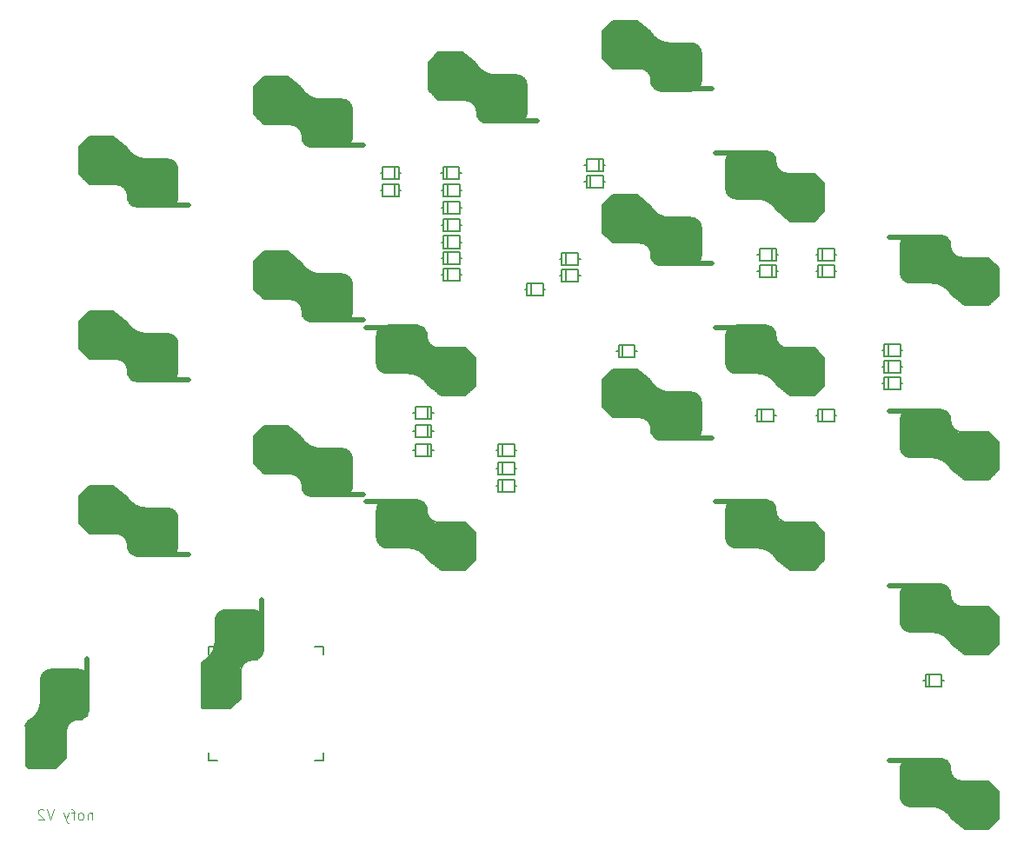
<source format=gbr>
G04 #@! TF.GenerationSoftware,KiCad,Pcbnew,9.0.0*
G04 #@! TF.CreationDate,2025-04-19T15:35:46+09:00*
G04 #@! TF.ProjectId,nofy_V2_R,6e6f6679-5f56-4325-9f52-2e6b69636164,rev?*
G04 #@! TF.SameCoordinates,Original*
G04 #@! TF.FileFunction,Legend,Bot*
G04 #@! TF.FilePolarity,Positive*
%FSLAX46Y46*%
G04 Gerber Fmt 4.6, Leading zero omitted, Abs format (unit mm)*
G04 Created by KiCad (PCBNEW 9.0.0) date 2025-04-19 15:35:46*
%MOMM*%
%LPD*%
G01*
G04 APERTURE LIST*
%ADD10C,0.125000*%
%ADD11C,0.200000*%
%ADD12C,0.150000*%
%ADD13C,0.500000*%
G04 APERTURE END LIST*
D10*
X27792168Y-96780302D02*
X27792168Y-97446969D01*
X27792168Y-96875540D02*
X27744549Y-96827921D01*
X27744549Y-96827921D02*
X27649311Y-96780302D01*
X27649311Y-96780302D02*
X27506454Y-96780302D01*
X27506454Y-96780302D02*
X27411216Y-96827921D01*
X27411216Y-96827921D02*
X27363597Y-96923159D01*
X27363597Y-96923159D02*
X27363597Y-97446969D01*
X26744549Y-97446969D02*
X26839787Y-97399350D01*
X26839787Y-97399350D02*
X26887406Y-97351730D01*
X26887406Y-97351730D02*
X26935025Y-97256492D01*
X26935025Y-97256492D02*
X26935025Y-96970778D01*
X26935025Y-96970778D02*
X26887406Y-96875540D01*
X26887406Y-96875540D02*
X26839787Y-96827921D01*
X26839787Y-96827921D02*
X26744549Y-96780302D01*
X26744549Y-96780302D02*
X26601692Y-96780302D01*
X26601692Y-96780302D02*
X26506454Y-96827921D01*
X26506454Y-96827921D02*
X26458835Y-96875540D01*
X26458835Y-96875540D02*
X26411216Y-96970778D01*
X26411216Y-96970778D02*
X26411216Y-97256492D01*
X26411216Y-97256492D02*
X26458835Y-97351730D01*
X26458835Y-97351730D02*
X26506454Y-97399350D01*
X26506454Y-97399350D02*
X26601692Y-97446969D01*
X26601692Y-97446969D02*
X26744549Y-97446969D01*
X26125501Y-96780302D02*
X25744549Y-96780302D01*
X25982644Y-97446969D02*
X25982644Y-96589826D01*
X25982644Y-96589826D02*
X25935025Y-96494588D01*
X25935025Y-96494588D02*
X25839787Y-96446969D01*
X25839787Y-96446969D02*
X25744549Y-96446969D01*
X25506453Y-96780302D02*
X25268358Y-97446969D01*
X25030263Y-96780302D02*
X25268358Y-97446969D01*
X25268358Y-97446969D02*
X25363596Y-97685064D01*
X25363596Y-97685064D02*
X25411215Y-97732683D01*
X25411215Y-97732683D02*
X25506453Y-97780302D01*
X24030262Y-96446969D02*
X23696929Y-97446969D01*
X23696929Y-97446969D02*
X23363596Y-96446969D01*
X23077881Y-96542207D02*
X23030262Y-96494588D01*
X23030262Y-96494588D02*
X22935024Y-96446969D01*
X22935024Y-96446969D02*
X22696929Y-96446969D01*
X22696929Y-96446969D02*
X22601691Y-96494588D01*
X22601691Y-96494588D02*
X22554072Y-96542207D01*
X22554072Y-96542207D02*
X22506453Y-96637445D01*
X22506453Y-96637445D02*
X22506453Y-96732683D01*
X22506453Y-96732683D02*
X22554072Y-96875540D01*
X22554072Y-96875540D02*
X23125500Y-97446969D01*
X23125500Y-97446969D02*
X22506453Y-97446969D01*
D11*
X92395343Y-58075850D02*
X92593781Y-58075850D01*
X92593781Y-58671164D02*
X94181285Y-58671164D01*
X92593781Y-57480536D02*
X92593781Y-58671164D01*
X92990657Y-58671164D02*
X92990657Y-57480536D01*
X94181285Y-58671164D02*
X94181285Y-57480536D01*
X94181285Y-58075850D02*
X94379723Y-58075850D01*
X94181285Y-57480536D02*
X92593781Y-57480536D01*
X61795343Y-36175850D02*
X61993781Y-36175850D01*
X61993781Y-36771164D02*
X63581285Y-36771164D01*
X61993781Y-35580536D02*
X61993781Y-36771164D01*
X62390657Y-36771164D02*
X62390657Y-35580536D01*
X63581285Y-36771164D02*
X63581285Y-35580536D01*
X63581285Y-36175850D02*
X63779723Y-36175850D01*
X63581285Y-35580536D02*
X61993781Y-35580536D01*
X67145343Y-64925850D02*
X67343781Y-64925850D01*
X67343781Y-65521164D02*
X68931285Y-65521164D01*
X67343781Y-64330536D02*
X67343781Y-65521164D01*
X67740657Y-65521164D02*
X67740657Y-64330536D01*
X68931285Y-65521164D02*
X68931285Y-64330536D01*
X68931285Y-64925850D02*
X69129723Y-64925850D01*
X68931285Y-64330536D02*
X67343781Y-64330536D01*
X69945343Y-45825850D02*
X70143781Y-45825850D01*
X70143781Y-46421164D02*
X71731285Y-46421164D01*
X70143781Y-45230536D02*
X70143781Y-46421164D01*
X70540657Y-46421164D02*
X70540657Y-45230536D01*
X71731285Y-46421164D02*
X71731285Y-45230536D01*
X71731285Y-45825850D02*
X71929723Y-45825850D01*
X71731285Y-45230536D02*
X70143781Y-45230536D01*
X67145343Y-61425850D02*
X67343781Y-61425850D01*
X67343781Y-62021164D02*
X68931285Y-62021164D01*
X67343781Y-60830536D02*
X67343781Y-62021164D01*
X67740657Y-62021164D02*
X67740657Y-60830536D01*
X68931285Y-62021164D02*
X68931285Y-60830536D01*
X68931285Y-61425850D02*
X69129723Y-61425850D01*
X68931285Y-60830536D02*
X67343781Y-60830536D01*
X104745343Y-53325850D02*
X104943781Y-53325850D01*
X104943781Y-53921164D02*
X106531285Y-53921164D01*
X104943781Y-52730536D02*
X104943781Y-53921164D01*
X105340657Y-53921164D02*
X105340657Y-52730536D01*
X106531285Y-53921164D02*
X106531285Y-52730536D01*
X106531285Y-53325850D02*
X106729723Y-53325850D01*
X106531285Y-52730536D02*
X104943781Y-52730536D01*
X73345343Y-44425850D02*
X73543781Y-44425850D01*
X73543781Y-45021164D02*
X75131285Y-45021164D01*
X73543781Y-43830536D02*
X73543781Y-45021164D01*
X73940657Y-45021164D02*
X73940657Y-43830536D01*
X75131285Y-45021164D02*
X75131285Y-43830536D01*
X75131285Y-44425850D02*
X75329723Y-44425850D01*
X75131285Y-43830536D02*
X73543781Y-43830536D01*
X57879657Y-36175850D02*
X57681219Y-36175850D01*
X57681219Y-35580536D02*
X56093715Y-35580536D01*
X57681219Y-36771164D02*
X57681219Y-35580536D01*
X57284343Y-35580536D02*
X57284343Y-36771164D01*
X56093715Y-35580536D02*
X56093715Y-36771164D01*
X56093715Y-36175850D02*
X55895277Y-36175850D01*
X56093715Y-36771164D02*
X57681219Y-36771164D01*
X61795343Y-39557150D02*
X61993781Y-39557150D01*
X61993781Y-40152464D02*
X63581285Y-40152464D01*
X61993781Y-38961836D02*
X61993781Y-40152464D01*
X62390657Y-40152464D02*
X62390657Y-38961836D01*
X63581285Y-40152464D02*
X63581285Y-38961836D01*
X63581285Y-39557150D02*
X63779723Y-39557150D01*
X63581285Y-38961836D02*
X61993781Y-38961836D01*
X61768743Y-34475850D02*
X61967181Y-34475850D01*
X61967181Y-35071164D02*
X63554685Y-35071164D01*
X61967181Y-33880536D02*
X61967181Y-35071164D01*
X62364057Y-35071164D02*
X62364057Y-33880536D01*
X63554685Y-35071164D02*
X63554685Y-33880536D01*
X63554685Y-34475850D02*
X63753123Y-34475850D01*
X63554685Y-33880536D02*
X61967181Y-33880536D01*
X108745343Y-83925850D02*
X108943781Y-83925850D01*
X108943781Y-84521164D02*
X110531285Y-84521164D01*
X108943781Y-83330536D02*
X108943781Y-84521164D01*
X109340657Y-84521164D02*
X109340657Y-83330536D01*
X110531285Y-84521164D02*
X110531285Y-83330536D01*
X110531285Y-83925850D02*
X110729723Y-83925850D01*
X110531285Y-83330536D02*
X108943781Y-83330536D01*
X94579657Y-44025850D02*
X94381219Y-44025850D01*
X94381219Y-43430536D02*
X92793715Y-43430536D01*
X94381219Y-44621164D02*
X94381219Y-43430536D01*
X93984343Y-43430536D02*
X93984343Y-44621164D01*
X92793715Y-43430536D02*
X92793715Y-44621164D01*
X92793715Y-44025850D02*
X92595277Y-44025850D01*
X92793715Y-44621164D02*
X94381219Y-44621164D01*
X75745343Y-35325850D02*
X75943781Y-35325850D01*
X75943781Y-35921164D02*
X77531285Y-35921164D01*
X75943781Y-34730536D02*
X75943781Y-35921164D01*
X76340657Y-35921164D02*
X76340657Y-34730536D01*
X77531285Y-35921164D02*
X77531285Y-34730536D01*
X77531285Y-35325850D02*
X77729723Y-35325850D01*
X77531285Y-34730536D02*
X75943781Y-34730536D01*
X73345343Y-42825850D02*
X73543781Y-42825850D01*
X73543781Y-43421164D02*
X75131285Y-43421164D01*
X73543781Y-42230536D02*
X73543781Y-43421164D01*
X73940657Y-43421164D02*
X73940657Y-42230536D01*
X75131285Y-43421164D02*
X75131285Y-42230536D01*
X75131285Y-42825850D02*
X75329723Y-42825850D01*
X75131285Y-42230536D02*
X73543781Y-42230536D01*
X78871843Y-51825850D02*
X79070281Y-51825850D01*
X79070281Y-52421164D02*
X80657785Y-52421164D01*
X79070281Y-51230536D02*
X79070281Y-52421164D01*
X79467157Y-52421164D02*
X79467157Y-51230536D01*
X80657785Y-52421164D02*
X80657785Y-51230536D01*
X80657785Y-51825850D02*
X80856223Y-51825850D01*
X80657785Y-51230536D02*
X79070281Y-51230536D01*
X94579657Y-42425850D02*
X94381219Y-42425850D01*
X94381219Y-41830536D02*
X92793715Y-41830536D01*
X94381219Y-43021164D02*
X94381219Y-41830536D01*
X93984343Y-41830536D02*
X93984343Y-43021164D01*
X92793715Y-41830536D02*
X92793715Y-43021164D01*
X92793715Y-42425850D02*
X92595277Y-42425850D01*
X92793715Y-43021164D02*
X94381219Y-43021164D01*
X61795343Y-41175850D02*
X61993781Y-41175850D01*
X61993781Y-41771164D02*
X63581285Y-41771164D01*
X61993781Y-40580536D02*
X61993781Y-41771164D01*
X62390657Y-41771164D02*
X62390657Y-40580536D01*
X63581285Y-41771164D02*
X63581285Y-40580536D01*
X63581285Y-41175850D02*
X63779723Y-41175850D01*
X63581285Y-40580536D02*
X61993781Y-40580536D01*
X61795343Y-42775850D02*
X61993781Y-42775850D01*
X61993781Y-43371164D02*
X63581285Y-43371164D01*
X61993781Y-42180536D02*
X61993781Y-43371164D01*
X62390657Y-43371164D02*
X62390657Y-42180536D01*
X63581285Y-43371164D02*
X63581285Y-42180536D01*
X63581285Y-42775850D02*
X63779723Y-42775850D01*
X63581285Y-42180536D02*
X61993781Y-42180536D01*
X104745343Y-51716450D02*
X104943781Y-51716450D01*
X104943781Y-52311764D02*
X106531285Y-52311764D01*
X104943781Y-51121136D02*
X104943781Y-52311764D01*
X105340657Y-52311764D02*
X105340657Y-51121136D01*
X106531285Y-52311764D02*
X106531285Y-51121136D01*
X106531285Y-51716450D02*
X106729723Y-51716450D01*
X106531285Y-51121136D02*
X104943781Y-51121136D01*
X67145343Y-63225850D02*
X67343781Y-63225850D01*
X67343781Y-63821164D02*
X68931285Y-63821164D01*
X67343781Y-62630536D02*
X67343781Y-63821164D01*
X67740657Y-63821164D02*
X67740657Y-62630536D01*
X68931285Y-63821164D02*
X68931285Y-62630536D01*
X68931285Y-63225850D02*
X69129723Y-63225850D01*
X68931285Y-62630536D02*
X67343781Y-62630536D01*
X98295343Y-44025850D02*
X98493781Y-44025850D01*
X98493781Y-44621164D02*
X100081285Y-44621164D01*
X98493781Y-43430536D02*
X98493781Y-44621164D01*
X98890657Y-44621164D02*
X98890657Y-43430536D01*
X100081285Y-44621164D02*
X100081285Y-43430536D01*
X100081285Y-44025850D02*
X100279723Y-44025850D01*
X100081285Y-43430536D02*
X98493781Y-43430536D01*
X98295343Y-58075850D02*
X98493781Y-58075850D01*
X98493781Y-58671164D02*
X100081285Y-58671164D01*
X98493781Y-57480536D02*
X98493781Y-58671164D01*
X98890657Y-58671164D02*
X98890657Y-57480536D01*
X100081285Y-58671164D02*
X100081285Y-57480536D01*
X100081285Y-58075850D02*
X100279723Y-58075850D01*
X100081285Y-57480536D02*
X98493781Y-57480536D01*
X61029657Y-59625850D02*
X60831219Y-59625850D01*
X60831219Y-59030536D02*
X59243715Y-59030536D01*
X60831219Y-60221164D02*
X60831219Y-59030536D01*
X60434343Y-59030536D02*
X60434343Y-60221164D01*
X59243715Y-59030536D02*
X59243715Y-60221164D01*
X59243715Y-59625850D02*
X59045277Y-59625850D01*
X59243715Y-60221164D02*
X60831219Y-60221164D01*
X77729657Y-33675850D02*
X77531219Y-33675850D01*
X77531219Y-33080536D02*
X75943715Y-33080536D01*
X77531219Y-34271164D02*
X77531219Y-33080536D01*
X77134343Y-33080536D02*
X77134343Y-34271164D01*
X75943715Y-33080536D02*
X75943715Y-34271164D01*
X75943715Y-33675850D02*
X75745277Y-33675850D01*
X75943715Y-34271164D02*
X77531219Y-34271164D01*
X98295343Y-42425850D02*
X98493781Y-42425850D01*
X98493781Y-43021164D02*
X100081285Y-43021164D01*
X98493781Y-41830536D02*
X98493781Y-43021164D01*
X98890657Y-43021164D02*
X98890657Y-41830536D01*
X100081285Y-43021164D02*
X100081285Y-41830536D01*
X100081285Y-42425850D02*
X100279723Y-42425850D01*
X100081285Y-41830536D02*
X98493781Y-41830536D01*
X57879657Y-34475850D02*
X57681219Y-34475850D01*
X57681219Y-33880536D02*
X56093715Y-33880536D01*
X57681219Y-35071164D02*
X57681219Y-33880536D01*
X57284343Y-33880536D02*
X57284343Y-35071164D01*
X56093715Y-33880536D02*
X56093715Y-35071164D01*
X56093715Y-34475850D02*
X55895277Y-34475850D01*
X56093715Y-35071164D02*
X57681219Y-35071164D01*
X61029657Y-61425850D02*
X60831219Y-61425850D01*
X60831219Y-60830536D02*
X59243715Y-60830536D01*
X60831219Y-62021164D02*
X60831219Y-60830536D01*
X60434343Y-60830536D02*
X60434343Y-62021164D01*
X59243715Y-60830536D02*
X59243715Y-62021164D01*
X59243715Y-61425850D02*
X59045277Y-61425850D01*
X59243715Y-62021164D02*
X60831219Y-62021164D01*
X61795343Y-37857150D02*
X61993781Y-37857150D01*
X61993781Y-38452464D02*
X63581285Y-38452464D01*
X61993781Y-37261836D02*
X61993781Y-38452464D01*
X62390657Y-38452464D02*
X62390657Y-37261836D01*
X63581285Y-38452464D02*
X63581285Y-37261836D01*
X63581285Y-37857150D02*
X63779723Y-37857150D01*
X63581285Y-37261836D02*
X61993781Y-37261836D01*
X104745343Y-54907150D02*
X104943781Y-54907150D01*
X104943781Y-55502464D02*
X106531285Y-55502464D01*
X104943781Y-54311836D02*
X104943781Y-55502464D01*
X105340657Y-55502464D02*
X105340657Y-54311836D01*
X106531285Y-55502464D02*
X106531285Y-54311836D01*
X106531285Y-54907150D02*
X106729723Y-54907150D01*
X106531285Y-54311836D02*
X104943781Y-54311836D01*
X61029657Y-57825850D02*
X60831219Y-57825850D01*
X60831219Y-57230536D02*
X59243715Y-57230536D01*
X60831219Y-58421164D02*
X60831219Y-57230536D01*
X60434343Y-57230536D02*
X60434343Y-58421164D01*
X59243715Y-57230536D02*
X59243715Y-58421164D01*
X59243715Y-57825850D02*
X59045277Y-57825850D01*
X59243715Y-58421164D02*
X60831219Y-58421164D01*
X61795343Y-44375850D02*
X61993781Y-44375850D01*
X61993781Y-44971164D02*
X63581285Y-44971164D01*
X61993781Y-43780536D02*
X61993781Y-44971164D01*
X62390657Y-44971164D02*
X62390657Y-43780536D01*
X63581285Y-44971164D02*
X63581285Y-43780536D01*
X63581285Y-44375850D02*
X63779723Y-44375850D01*
X63581285Y-43780536D02*
X61993781Y-43780536D01*
D12*
X43512500Y-60100850D02*
X44512500Y-59100850D01*
X43512500Y-62750850D02*
X43512500Y-60100850D01*
X43512500Y-62750850D02*
X44512500Y-63750850D01*
X43662500Y-59955850D02*
X43662500Y-62885850D01*
X43762500Y-59875850D02*
X43762500Y-62995850D01*
X43862500Y-59765850D02*
X43862500Y-63095850D01*
X43962500Y-59665850D02*
X43962500Y-63195850D01*
X44112500Y-59505850D02*
X44112500Y-63335850D01*
X44262500Y-59375850D02*
X44262500Y-63495850D01*
X44412500Y-59235850D02*
X44412500Y-63625850D01*
X44512500Y-59100850D02*
X46837500Y-59100850D01*
X44512500Y-63750850D02*
X47087500Y-63750850D01*
X44562500Y-59125850D02*
X44562500Y-63725850D01*
X44712500Y-59125850D02*
X44712500Y-63725850D01*
X44862500Y-59125850D02*
X44862500Y-63725850D01*
X45012500Y-59125850D02*
X45012500Y-63725850D01*
X45162500Y-59125850D02*
X45162500Y-63725850D01*
X45312500Y-59125850D02*
X45312500Y-63725850D01*
X45462500Y-59125850D02*
X45462500Y-63725850D01*
X45612500Y-59125850D02*
X45612500Y-63725850D01*
X45762500Y-59125850D02*
X45762500Y-63725850D01*
X45912500Y-59125850D02*
X45912500Y-63725850D01*
X46062500Y-59125850D02*
X46062500Y-63725850D01*
X46212500Y-59125850D02*
X46212500Y-63725850D01*
X46362500Y-59125850D02*
X46362500Y-63725850D01*
X46512500Y-59125850D02*
X46512500Y-63725850D01*
X46662500Y-59125850D02*
X46662500Y-63725850D01*
X46812500Y-59125850D02*
X46812500Y-63725850D01*
X46962500Y-59215850D02*
X46962500Y-63675850D01*
X47112500Y-59335850D02*
X47112500Y-63725850D01*
X47262500Y-59445850D02*
X47262500Y-63725850D01*
X47412500Y-59565850D02*
X47412500Y-63725850D01*
X47562500Y-59705850D02*
X47562500Y-63825850D01*
X47702500Y-59805850D02*
X47712500Y-63875850D01*
X47812500Y-59895850D02*
X47812500Y-63925850D01*
X47912500Y-59975850D02*
X47912500Y-63975850D01*
X48012500Y-60055850D02*
X48012500Y-64075850D01*
X48112500Y-60125850D02*
X46837500Y-59100850D01*
X48112500Y-60125850D02*
X48112500Y-64275850D01*
X48212500Y-60305850D02*
X48212500Y-64425850D01*
X48262500Y-64925850D02*
X48262500Y-65248963D01*
X48312500Y-60475850D02*
X48312500Y-65375850D01*
X48462500Y-60625850D02*
X48462500Y-65575850D01*
X48612500Y-60775850D02*
X48612500Y-65765850D01*
X48762500Y-60875850D02*
X48762500Y-65845850D01*
X48912500Y-60975850D02*
X48912500Y-65895850D01*
X49062500Y-61075850D02*
X49062500Y-65925850D01*
X49123704Y-65950850D02*
X52087500Y-65950850D01*
X49212500Y-61125850D02*
X49212500Y-65945850D01*
X49362500Y-61225850D02*
X49362500Y-65935850D01*
X49512500Y-61275850D02*
X49512500Y-65875850D01*
X49662500Y-61275850D02*
X49662500Y-65925850D01*
X49812500Y-61285850D02*
X49812500Y-65925850D01*
X49962500Y-61325850D02*
X49962500Y-65875850D01*
X50112500Y-61300850D02*
X52087500Y-61300850D01*
X50112500Y-61325850D02*
X50112500Y-65925850D01*
X50262500Y-61325850D02*
X50262500Y-65925850D01*
X50412500Y-61325850D02*
X50412500Y-65925850D01*
X50562500Y-61325850D02*
X50562500Y-65925850D01*
X50712500Y-61325850D02*
X50712500Y-65925850D01*
X50862500Y-61325850D02*
X50862500Y-65925850D01*
X51012500Y-61325850D02*
X51012500Y-65925850D01*
X51162500Y-61325850D02*
X51162500Y-65925850D01*
X51312500Y-61325850D02*
X51312500Y-65925850D01*
X51462500Y-61325850D02*
X51462500Y-65925850D01*
X51612500Y-61325850D02*
X51612500Y-65925850D01*
D13*
X51612500Y-65770850D02*
X54162500Y-65770850D01*
D12*
X51762500Y-61325850D02*
X51762500Y-65925850D01*
X51912500Y-61325850D02*
X51912500Y-65925850D01*
X52062500Y-61325850D02*
X52062500Y-65925850D01*
X52212500Y-61315850D02*
X52212500Y-65825850D01*
X52362500Y-61355850D02*
X52362500Y-65675850D01*
X52512500Y-61405850D02*
X52512500Y-65525850D01*
X52662500Y-61485850D02*
X52662500Y-65625850D01*
X52812500Y-61625850D02*
X52812500Y-65595850D01*
X52962500Y-61795850D02*
X52962500Y-65475850D01*
X53117500Y-64950850D02*
X53117500Y-62300850D01*
X47087500Y-63750850D02*
G75*
G02*
X48262500Y-64925850I-2J-1175002D01*
G01*
X49123704Y-65950850D02*
G75*
G02*
X48262500Y-65248963I38796J926887D01*
G01*
X50112500Y-61308392D02*
G75*
G02*
X48112500Y-60125850I2J2282546D01*
G01*
X52117500Y-61300850D02*
G75*
G02*
X53117500Y-62300850I1J-999999D01*
G01*
X53117500Y-64950850D02*
G75*
G02*
X52117500Y-65950850I-999999J-1D01*
G01*
X77512500Y-54600850D02*
X78512500Y-53600850D01*
X77512500Y-57250850D02*
X77512500Y-54600850D01*
X77512500Y-57250850D02*
X78512500Y-58250850D01*
X77662500Y-54455850D02*
X77662500Y-57385850D01*
X77762500Y-54375850D02*
X77762500Y-57495850D01*
X77862500Y-54265850D02*
X77862500Y-57595850D01*
X77962500Y-54165850D02*
X77962500Y-57695850D01*
X78112500Y-54005850D02*
X78112500Y-57835850D01*
X78262500Y-53875850D02*
X78262500Y-57995850D01*
X78412500Y-53735850D02*
X78412500Y-58125850D01*
X78512500Y-53600850D02*
X80837500Y-53600850D01*
X78512500Y-58250850D02*
X81087500Y-58250850D01*
X78562500Y-53625850D02*
X78562500Y-58225850D01*
X78712500Y-53625850D02*
X78712500Y-58225850D01*
X78862500Y-53625850D02*
X78862500Y-58225850D01*
X79012500Y-53625850D02*
X79012500Y-58225850D01*
X79162500Y-53625850D02*
X79162500Y-58225850D01*
X79312500Y-53625850D02*
X79312500Y-58225850D01*
X79462500Y-53625850D02*
X79462500Y-58225850D01*
X79612500Y-53625850D02*
X79612500Y-58225850D01*
X79762500Y-53625850D02*
X79762500Y-58225850D01*
X79912500Y-53625850D02*
X79912500Y-58225850D01*
X80062500Y-53625850D02*
X80062500Y-58225850D01*
X80212500Y-53625850D02*
X80212500Y-58225850D01*
X80362500Y-53625850D02*
X80362500Y-58225850D01*
X80512500Y-53625850D02*
X80512500Y-58225850D01*
X80662500Y-53625850D02*
X80662500Y-58225850D01*
X80812500Y-53625850D02*
X80812500Y-58225850D01*
X80962500Y-53715850D02*
X80962500Y-58175850D01*
X81112500Y-53835850D02*
X81112500Y-58225850D01*
X81262500Y-53945850D02*
X81262500Y-58225850D01*
X81412500Y-54065850D02*
X81412500Y-58225850D01*
X81562500Y-54205850D02*
X81562500Y-58325850D01*
X81702500Y-54305850D02*
X81712500Y-58375850D01*
X81812500Y-54395850D02*
X81812500Y-58425850D01*
X81912500Y-54475850D02*
X81912500Y-58475850D01*
X82012500Y-54555850D02*
X82012500Y-58575850D01*
X82112500Y-54625850D02*
X80837500Y-53600850D01*
X82112500Y-54625850D02*
X82112500Y-58775850D01*
X82212500Y-54805850D02*
X82212500Y-58925850D01*
X82262500Y-59425850D02*
X82262500Y-59748963D01*
X82312500Y-54975850D02*
X82312500Y-59875850D01*
X82462500Y-55125850D02*
X82462500Y-60075850D01*
X82612500Y-55275850D02*
X82612500Y-60265850D01*
X82762500Y-55375850D02*
X82762500Y-60345850D01*
X82912500Y-55475850D02*
X82912500Y-60395850D01*
X83062500Y-55575850D02*
X83062500Y-60425850D01*
X83123704Y-60450850D02*
X86087500Y-60450850D01*
X83212500Y-55625850D02*
X83212500Y-60445850D01*
X83362500Y-55725850D02*
X83362500Y-60435850D01*
X83512500Y-55775850D02*
X83512500Y-60375850D01*
X83662500Y-55775850D02*
X83662500Y-60425850D01*
X83812500Y-55785850D02*
X83812500Y-60425850D01*
X83962500Y-55825850D02*
X83962500Y-60375850D01*
X84112500Y-55800850D02*
X86087500Y-55800850D01*
X84112500Y-55825850D02*
X84112500Y-60425850D01*
X84262500Y-55825850D02*
X84262500Y-60425850D01*
X84412500Y-55825850D02*
X84412500Y-60425850D01*
X84562500Y-55825850D02*
X84562500Y-60425850D01*
X84712500Y-55825850D02*
X84712500Y-60425850D01*
X84862500Y-55825850D02*
X84862500Y-60425850D01*
X85012500Y-55825850D02*
X85012500Y-60425850D01*
X85162500Y-55825850D02*
X85162500Y-60425850D01*
X85312500Y-55825850D02*
X85312500Y-60425850D01*
X85462500Y-55825850D02*
X85462500Y-60425850D01*
X85612500Y-55825850D02*
X85612500Y-60425850D01*
D13*
X85612500Y-60270850D02*
X88162500Y-60270850D01*
D12*
X85762500Y-55825850D02*
X85762500Y-60425850D01*
X85912500Y-55825850D02*
X85912500Y-60425850D01*
X86062500Y-55825850D02*
X86062500Y-60425850D01*
X86212500Y-55815850D02*
X86212500Y-60325850D01*
X86362500Y-55855850D02*
X86362500Y-60175850D01*
X86512500Y-55905850D02*
X86512500Y-60025850D01*
X86662500Y-55985850D02*
X86662500Y-60125850D01*
X86812500Y-56125850D02*
X86812500Y-60095850D01*
X86962500Y-56295850D02*
X86962500Y-59975850D01*
X87117500Y-59450850D02*
X87117500Y-56800850D01*
X81087500Y-58250850D02*
G75*
G02*
X82262500Y-59425850I-2J-1175002D01*
G01*
X83123704Y-60450850D02*
G75*
G02*
X82262500Y-59748963I38796J926887D01*
G01*
X84112500Y-55808392D02*
G75*
G02*
X82112500Y-54625850I2J2282546D01*
G01*
X86117500Y-55800850D02*
G75*
G02*
X87117500Y-56800850I1J-999999D01*
G01*
X87117500Y-59450850D02*
G75*
G02*
X86117500Y-60450850I-999999J-1D01*
G01*
X89507500Y-50300850D02*
X89507500Y-52950850D01*
X89662500Y-53455850D02*
X89662500Y-49775850D01*
X89812500Y-53625850D02*
X89812500Y-49655850D01*
X89962500Y-53765850D02*
X89962500Y-49625850D01*
X90112500Y-53845850D02*
X90112500Y-49725850D01*
X90262500Y-53895850D02*
X90262500Y-49575850D01*
X90412500Y-53935850D02*
X90412500Y-49425850D01*
X90562500Y-53925850D02*
X90562500Y-49325850D01*
X90712500Y-53925850D02*
X90712500Y-49325850D01*
X90862500Y-53925850D02*
X90862500Y-49325850D01*
D13*
X91012500Y-49480850D02*
X88462500Y-49480850D01*
D12*
X91012500Y-53925850D02*
X91012500Y-49325850D01*
X91162500Y-53925850D02*
X91162500Y-49325850D01*
X91312500Y-53925850D02*
X91312500Y-49325850D01*
X91462500Y-53925850D02*
X91462500Y-49325850D01*
X91612500Y-53925850D02*
X91612500Y-49325850D01*
X91762500Y-53925850D02*
X91762500Y-49325850D01*
X91912500Y-53925850D02*
X91912500Y-49325850D01*
X92062500Y-53925850D02*
X92062500Y-49325850D01*
X92212500Y-53925850D02*
X92212500Y-49325850D01*
X92362500Y-53925850D02*
X92362500Y-49325850D01*
X92512500Y-53925850D02*
X92512500Y-49325850D01*
X92512500Y-53950850D02*
X90537500Y-53950850D01*
X92662500Y-53925850D02*
X92662500Y-49375850D01*
X92812500Y-53965850D02*
X92812500Y-49325850D01*
X92962500Y-53975850D02*
X92962500Y-49325850D01*
X93112500Y-53975850D02*
X93112500Y-49375850D01*
X93262500Y-54025850D02*
X93262500Y-49315850D01*
X93412500Y-54125850D02*
X93412500Y-49305850D01*
X93501296Y-49300850D02*
X90537500Y-49300850D01*
X93562500Y-54175850D02*
X93562500Y-49325850D01*
X93712500Y-54275850D02*
X93712500Y-49355850D01*
X93862500Y-54375850D02*
X93862500Y-49405850D01*
X94012500Y-54475850D02*
X94012500Y-49485850D01*
X94162500Y-54625850D02*
X94162500Y-49675850D01*
X94312500Y-54775850D02*
X94312500Y-49875850D01*
X94362500Y-50325850D02*
X94362500Y-50002737D01*
X94412500Y-54945850D02*
X94412500Y-50825850D01*
X94512500Y-55125850D02*
X94512500Y-50975850D01*
X94512500Y-55125850D02*
X95787500Y-56150850D01*
X94612500Y-55195850D02*
X94612500Y-51175850D01*
X94712500Y-55275850D02*
X94712500Y-51275850D01*
X94812500Y-55355850D02*
X94812500Y-51325850D01*
X94922500Y-55445850D02*
X94912500Y-51375850D01*
X95062500Y-55545850D02*
X95062500Y-51425850D01*
X95212500Y-55685850D02*
X95212500Y-51525850D01*
X95362500Y-55805850D02*
X95362500Y-51525850D01*
X95512500Y-55915850D02*
X95512500Y-51525850D01*
X95662500Y-56035850D02*
X95662500Y-51575850D01*
X95812500Y-56125850D02*
X95812500Y-51525850D01*
X95962500Y-56125850D02*
X95962500Y-51525850D01*
X96112500Y-56125850D02*
X96112500Y-51525850D01*
X96262500Y-56125850D02*
X96262500Y-51525850D01*
X96412500Y-56125850D02*
X96412500Y-51525850D01*
X96562500Y-56125850D02*
X96562500Y-51525850D01*
X96712500Y-56125850D02*
X96712500Y-51525850D01*
X96862500Y-56125850D02*
X96862500Y-51525850D01*
X97012500Y-56125850D02*
X97012500Y-51525850D01*
X97162500Y-56125850D02*
X97162500Y-51525850D01*
X97312500Y-56125850D02*
X97312500Y-51525850D01*
X97462500Y-56125850D02*
X97462500Y-51525850D01*
X97612500Y-56125850D02*
X97612500Y-51525850D01*
X97762500Y-56125850D02*
X97762500Y-51525850D01*
X97912500Y-56125850D02*
X97912500Y-51525850D01*
X98062500Y-56125850D02*
X98062500Y-51525850D01*
X98112500Y-51500850D02*
X95537500Y-51500850D01*
X98112500Y-56150850D02*
X95787500Y-56150850D01*
X98212500Y-56015850D02*
X98212500Y-51625850D01*
X98362500Y-55875850D02*
X98362500Y-51755850D01*
X98512500Y-55745850D02*
X98512500Y-51915850D01*
X98662500Y-55585850D02*
X98662500Y-52055850D01*
X98762500Y-55485850D02*
X98762500Y-52155850D01*
X98862500Y-55375850D02*
X98862500Y-52255850D01*
X98962500Y-55295850D02*
X98962500Y-52365850D01*
X99112500Y-52500850D02*
X98112500Y-51500850D01*
X99112500Y-52500850D02*
X99112500Y-55150850D01*
X99112500Y-55150850D02*
X98112500Y-56150850D01*
X89507500Y-50300850D02*
G75*
G02*
X90507500Y-49300850I999999J1D01*
G01*
X90507500Y-53950850D02*
G75*
G02*
X89507500Y-52950850I-1J999999D01*
G01*
X92512500Y-53943308D02*
G75*
G02*
X94512500Y-55125850I-2J-2282546D01*
G01*
X93501296Y-49300850D02*
G75*
G02*
X94362500Y-50002737I-38796J-926887D01*
G01*
X95537500Y-51500850D02*
G75*
G02*
X94362500Y-50325850I2J1175002D01*
G01*
X26512500Y-65900850D02*
X27512500Y-64900850D01*
X26512500Y-68550850D02*
X26512500Y-65900850D01*
X26512500Y-68550850D02*
X27512500Y-69550850D01*
X26662500Y-65755850D02*
X26662500Y-68685850D01*
X26762500Y-65675850D02*
X26762500Y-68795850D01*
X26862500Y-65565850D02*
X26862500Y-68895850D01*
X26962500Y-65465850D02*
X26962500Y-68995850D01*
X27112500Y-65305850D02*
X27112500Y-69135850D01*
X27262500Y-65175850D02*
X27262500Y-69295850D01*
X27412500Y-65035850D02*
X27412500Y-69425850D01*
X27512500Y-64900850D02*
X29837500Y-64900850D01*
X27512500Y-69550850D02*
X30087500Y-69550850D01*
X27562500Y-64925850D02*
X27562500Y-69525850D01*
X27712500Y-64925850D02*
X27712500Y-69525850D01*
X27862500Y-64925850D02*
X27862500Y-69525850D01*
X28012500Y-64925850D02*
X28012500Y-69525850D01*
X28162500Y-64925850D02*
X28162500Y-69525850D01*
X28312500Y-64925850D02*
X28312500Y-69525850D01*
X28462500Y-64925850D02*
X28462500Y-69525850D01*
X28612500Y-64925850D02*
X28612500Y-69525850D01*
X28762500Y-64925850D02*
X28762500Y-69525850D01*
X28912500Y-64925850D02*
X28912500Y-69525850D01*
X29062500Y-64925850D02*
X29062500Y-69525850D01*
X29212500Y-64925850D02*
X29212500Y-69525850D01*
X29362500Y-64925850D02*
X29362500Y-69525850D01*
X29512500Y-64925850D02*
X29512500Y-69525850D01*
X29662500Y-64925850D02*
X29662500Y-69525850D01*
X29812500Y-64925850D02*
X29812500Y-69525850D01*
X29962500Y-65015850D02*
X29962500Y-69475850D01*
X30112500Y-65135850D02*
X30112500Y-69525850D01*
X30262500Y-65245850D02*
X30262500Y-69525850D01*
X30412500Y-65365850D02*
X30412500Y-69525850D01*
X30562500Y-65505850D02*
X30562500Y-69625850D01*
X30702500Y-65605850D02*
X30712500Y-69675850D01*
X30812500Y-65695850D02*
X30812500Y-69725850D01*
X30912500Y-65775850D02*
X30912500Y-69775850D01*
X31012500Y-65855850D02*
X31012500Y-69875850D01*
X31112500Y-65925850D02*
X29837500Y-64900850D01*
X31112500Y-65925850D02*
X31112500Y-70075850D01*
X31212500Y-66105850D02*
X31212500Y-70225850D01*
X31262500Y-70725850D02*
X31262500Y-71048963D01*
X31312500Y-66275850D02*
X31312500Y-71175850D01*
X31462500Y-66425850D02*
X31462500Y-71375850D01*
X31612500Y-66575850D02*
X31612500Y-71565850D01*
X31762500Y-66675850D02*
X31762500Y-71645850D01*
X31912500Y-66775850D02*
X31912500Y-71695850D01*
X32062500Y-66875850D02*
X32062500Y-71725850D01*
X32123704Y-71750850D02*
X35087500Y-71750850D01*
X32212500Y-66925850D02*
X32212500Y-71745850D01*
X32362500Y-67025850D02*
X32362500Y-71735850D01*
X32512500Y-67075850D02*
X32512500Y-71675850D01*
X32662500Y-67075850D02*
X32662500Y-71725850D01*
X32812500Y-67085850D02*
X32812500Y-71725850D01*
X32962500Y-67125850D02*
X32962500Y-71675850D01*
X33112500Y-67100850D02*
X35087500Y-67100850D01*
X33112500Y-67125850D02*
X33112500Y-71725850D01*
X33262500Y-67125850D02*
X33262500Y-71725850D01*
X33412500Y-67125850D02*
X33412500Y-71725850D01*
X33562500Y-67125850D02*
X33562500Y-71725850D01*
X33712500Y-67125850D02*
X33712500Y-71725850D01*
X33862500Y-67125850D02*
X33862500Y-71725850D01*
X34012500Y-67125850D02*
X34012500Y-71725850D01*
X34162500Y-67125850D02*
X34162500Y-71725850D01*
X34312500Y-67125850D02*
X34312500Y-71725850D01*
X34462500Y-67125850D02*
X34462500Y-71725850D01*
X34612500Y-67125850D02*
X34612500Y-71725850D01*
D13*
X34612500Y-71570850D02*
X37162500Y-71570850D01*
D12*
X34762500Y-67125850D02*
X34762500Y-71725850D01*
X34912500Y-67125850D02*
X34912500Y-71725850D01*
X35062500Y-67125850D02*
X35062500Y-71725850D01*
X35212500Y-67115850D02*
X35212500Y-71625850D01*
X35362500Y-67155850D02*
X35362500Y-71475850D01*
X35512500Y-67205850D02*
X35512500Y-71325850D01*
X35662500Y-67285850D02*
X35662500Y-71425850D01*
X35812500Y-67425850D02*
X35812500Y-71395850D01*
X35962500Y-67595850D02*
X35962500Y-71275850D01*
X36117500Y-70750850D02*
X36117500Y-68100850D01*
X30087500Y-69550850D02*
G75*
G02*
X31262500Y-70725850I-2J-1175002D01*
G01*
X32123704Y-71750850D02*
G75*
G02*
X31262500Y-71048963I38796J926887D01*
G01*
X33112500Y-67108392D02*
G75*
G02*
X31112500Y-65925850I2J2282546D01*
G01*
X35117500Y-67100850D02*
G75*
G02*
X36117500Y-68100850I1J-999999D01*
G01*
X36117500Y-70750850D02*
G75*
G02*
X35117500Y-71750850I-999999J-1D01*
G01*
X77512500Y-37600850D02*
X78512500Y-36600850D01*
X77512500Y-40250850D02*
X77512500Y-37600850D01*
X77512500Y-40250850D02*
X78512500Y-41250850D01*
X77662500Y-37455850D02*
X77662500Y-40385850D01*
X77762500Y-37375850D02*
X77762500Y-40495850D01*
X77862500Y-37265850D02*
X77862500Y-40595850D01*
X77962500Y-37165850D02*
X77962500Y-40695850D01*
X78112500Y-37005850D02*
X78112500Y-40835850D01*
X78262500Y-36875850D02*
X78262500Y-40995850D01*
X78412500Y-36735850D02*
X78412500Y-41125850D01*
X78512500Y-36600850D02*
X80837500Y-36600850D01*
X78512500Y-41250850D02*
X81087500Y-41250850D01*
X78562500Y-36625850D02*
X78562500Y-41225850D01*
X78712500Y-36625850D02*
X78712500Y-41225850D01*
X78862500Y-36625850D02*
X78862500Y-41225850D01*
X79012500Y-36625850D02*
X79012500Y-41225850D01*
X79162500Y-36625850D02*
X79162500Y-41225850D01*
X79312500Y-36625850D02*
X79312500Y-41225850D01*
X79462500Y-36625850D02*
X79462500Y-41225850D01*
X79612500Y-36625850D02*
X79612500Y-41225850D01*
X79762500Y-36625850D02*
X79762500Y-41225850D01*
X79912500Y-36625850D02*
X79912500Y-41225850D01*
X80062500Y-36625850D02*
X80062500Y-41225850D01*
X80212500Y-36625850D02*
X80212500Y-41225850D01*
X80362500Y-36625850D02*
X80362500Y-41225850D01*
X80512500Y-36625850D02*
X80512500Y-41225850D01*
X80662500Y-36625850D02*
X80662500Y-41225850D01*
X80812500Y-36625850D02*
X80812500Y-41225850D01*
X80962500Y-36715850D02*
X80962500Y-41175850D01*
X81112500Y-36835850D02*
X81112500Y-41225850D01*
X81262500Y-36945850D02*
X81262500Y-41225850D01*
X81412500Y-37065850D02*
X81412500Y-41225850D01*
X81562500Y-37205850D02*
X81562500Y-41325850D01*
X81702500Y-37305850D02*
X81712500Y-41375850D01*
X81812500Y-37395850D02*
X81812500Y-41425850D01*
X81912500Y-37475850D02*
X81912500Y-41475850D01*
X82012500Y-37555850D02*
X82012500Y-41575850D01*
X82112500Y-37625850D02*
X80837500Y-36600850D01*
X82112500Y-37625850D02*
X82112500Y-41775850D01*
X82212500Y-37805850D02*
X82212500Y-41925850D01*
X82262500Y-42425850D02*
X82262500Y-42748963D01*
X82312500Y-37975850D02*
X82312500Y-42875850D01*
X82462500Y-38125850D02*
X82462500Y-43075850D01*
X82612500Y-38275850D02*
X82612500Y-43265850D01*
X82762500Y-38375850D02*
X82762500Y-43345850D01*
X82912500Y-38475850D02*
X82912500Y-43395850D01*
X83062500Y-38575850D02*
X83062500Y-43425850D01*
X83123704Y-43450850D02*
X86087500Y-43450850D01*
X83212500Y-38625850D02*
X83212500Y-43445850D01*
X83362500Y-38725850D02*
X83362500Y-43435850D01*
X83512500Y-38775850D02*
X83512500Y-43375850D01*
X83662500Y-38775850D02*
X83662500Y-43425850D01*
X83812500Y-38785850D02*
X83812500Y-43425850D01*
X83962500Y-38825850D02*
X83962500Y-43375850D01*
X84112500Y-38800850D02*
X86087500Y-38800850D01*
X84112500Y-38825850D02*
X84112500Y-43425850D01*
X84262500Y-38825850D02*
X84262500Y-43425850D01*
X84412500Y-38825850D02*
X84412500Y-43425850D01*
X84562500Y-38825850D02*
X84562500Y-43425850D01*
X84712500Y-38825850D02*
X84712500Y-43425850D01*
X84862500Y-38825850D02*
X84862500Y-43425850D01*
X85012500Y-38825850D02*
X85012500Y-43425850D01*
X85162500Y-38825850D02*
X85162500Y-43425850D01*
X85312500Y-38825850D02*
X85312500Y-43425850D01*
X85462500Y-38825850D02*
X85462500Y-43425850D01*
X85612500Y-38825850D02*
X85612500Y-43425850D01*
D13*
X85612500Y-43270850D02*
X88162500Y-43270850D01*
D12*
X85762500Y-38825850D02*
X85762500Y-43425850D01*
X85912500Y-38825850D02*
X85912500Y-43425850D01*
X86062500Y-38825850D02*
X86062500Y-43425850D01*
X86212500Y-38815850D02*
X86212500Y-43325850D01*
X86362500Y-38855850D02*
X86362500Y-43175850D01*
X86512500Y-38905850D02*
X86512500Y-43025850D01*
X86662500Y-38985850D02*
X86662500Y-43125850D01*
X86812500Y-39125850D02*
X86812500Y-43095850D01*
X86962500Y-39295850D02*
X86962500Y-42975850D01*
X87117500Y-42450850D02*
X87117500Y-39800850D01*
X81087500Y-41250850D02*
G75*
G02*
X82262500Y-42425850I-2J-1175002D01*
G01*
X83123704Y-43450850D02*
G75*
G02*
X82262500Y-42748963I38796J926887D01*
G01*
X84112500Y-38808392D02*
G75*
G02*
X82112500Y-37625850I2J2282546D01*
G01*
X86117500Y-38800850D02*
G75*
G02*
X87117500Y-39800850I1J-999999D01*
G01*
X87117500Y-42450850D02*
G75*
G02*
X86117500Y-43450850I-999999J-1D01*
G01*
X55507500Y-50300850D02*
X55507500Y-52950850D01*
X55662500Y-53455850D02*
X55662500Y-49775850D01*
X55812500Y-53625850D02*
X55812500Y-49655850D01*
X55962500Y-53765850D02*
X55962500Y-49625850D01*
X56112500Y-53845850D02*
X56112500Y-49725850D01*
X56262500Y-53895850D02*
X56262500Y-49575850D01*
X56412500Y-53935850D02*
X56412500Y-49425850D01*
X56562500Y-53925850D02*
X56562500Y-49325850D01*
X56712500Y-53925850D02*
X56712500Y-49325850D01*
X56862500Y-53925850D02*
X56862500Y-49325850D01*
D13*
X57012500Y-49480850D02*
X54462500Y-49480850D01*
D12*
X57012500Y-53925850D02*
X57012500Y-49325850D01*
X57162500Y-53925850D02*
X57162500Y-49325850D01*
X57312500Y-53925850D02*
X57312500Y-49325850D01*
X57462500Y-53925850D02*
X57462500Y-49325850D01*
X57612500Y-53925850D02*
X57612500Y-49325850D01*
X57762500Y-53925850D02*
X57762500Y-49325850D01*
X57912500Y-53925850D02*
X57912500Y-49325850D01*
X58062500Y-53925850D02*
X58062500Y-49325850D01*
X58212500Y-53925850D02*
X58212500Y-49325850D01*
X58362500Y-53925850D02*
X58362500Y-49325850D01*
X58512500Y-53925850D02*
X58512500Y-49325850D01*
X58512500Y-53950850D02*
X56537500Y-53950850D01*
X58662500Y-53925850D02*
X58662500Y-49375850D01*
X58812500Y-53965850D02*
X58812500Y-49325850D01*
X58962500Y-53975850D02*
X58962500Y-49325850D01*
X59112500Y-53975850D02*
X59112500Y-49375850D01*
X59262500Y-54025850D02*
X59262500Y-49315850D01*
X59412500Y-54125850D02*
X59412500Y-49305850D01*
X59501296Y-49300850D02*
X56537500Y-49300850D01*
X59562500Y-54175850D02*
X59562500Y-49325850D01*
X59712500Y-54275850D02*
X59712500Y-49355850D01*
X59862500Y-54375850D02*
X59862500Y-49405850D01*
X60012500Y-54475850D02*
X60012500Y-49485850D01*
X60162500Y-54625850D02*
X60162500Y-49675850D01*
X60312500Y-54775850D02*
X60312500Y-49875850D01*
X60362500Y-50325850D02*
X60362500Y-50002737D01*
X60412500Y-54945850D02*
X60412500Y-50825850D01*
X60512500Y-55125850D02*
X60512500Y-50975850D01*
X60512500Y-55125850D02*
X61787500Y-56150850D01*
X60612500Y-55195850D02*
X60612500Y-51175850D01*
X60712500Y-55275850D02*
X60712500Y-51275850D01*
X60812500Y-55355850D02*
X60812500Y-51325850D01*
X60922500Y-55445850D02*
X60912500Y-51375850D01*
X61062500Y-55545850D02*
X61062500Y-51425850D01*
X61212500Y-55685850D02*
X61212500Y-51525850D01*
X61362500Y-55805850D02*
X61362500Y-51525850D01*
X61512500Y-55915850D02*
X61512500Y-51525850D01*
X61662500Y-56035850D02*
X61662500Y-51575850D01*
X61812500Y-56125850D02*
X61812500Y-51525850D01*
X61962500Y-56125850D02*
X61962500Y-51525850D01*
X62112500Y-56125850D02*
X62112500Y-51525850D01*
X62262500Y-56125850D02*
X62262500Y-51525850D01*
X62412500Y-56125850D02*
X62412500Y-51525850D01*
X62562500Y-56125850D02*
X62562500Y-51525850D01*
X62712500Y-56125850D02*
X62712500Y-51525850D01*
X62862500Y-56125850D02*
X62862500Y-51525850D01*
X63012500Y-56125850D02*
X63012500Y-51525850D01*
X63162500Y-56125850D02*
X63162500Y-51525850D01*
X63312500Y-56125850D02*
X63312500Y-51525850D01*
X63462500Y-56125850D02*
X63462500Y-51525850D01*
X63612500Y-56125850D02*
X63612500Y-51525850D01*
X63762500Y-56125850D02*
X63762500Y-51525850D01*
X63912500Y-56125850D02*
X63912500Y-51525850D01*
X64062500Y-56125850D02*
X64062500Y-51525850D01*
X64112500Y-51500850D02*
X61537500Y-51500850D01*
X64112500Y-56150850D02*
X61787500Y-56150850D01*
X64212500Y-56015850D02*
X64212500Y-51625850D01*
X64362500Y-55875850D02*
X64362500Y-51755850D01*
X64512500Y-55745850D02*
X64512500Y-51915850D01*
X64662500Y-55585850D02*
X64662500Y-52055850D01*
X64762500Y-55485850D02*
X64762500Y-52155850D01*
X64862500Y-55375850D02*
X64862500Y-52255850D01*
X64962500Y-55295850D02*
X64962500Y-52365850D01*
X65112500Y-52500850D02*
X64112500Y-51500850D01*
X65112500Y-52500850D02*
X65112500Y-55150850D01*
X65112500Y-55150850D02*
X64112500Y-56150850D01*
X55507500Y-50300850D02*
G75*
G02*
X56507500Y-49300850I999999J1D01*
G01*
X56507500Y-53950850D02*
G75*
G02*
X55507500Y-52950850I-1J999999D01*
G01*
X58512500Y-53943308D02*
G75*
G02*
X60512500Y-55125850I-2J-2282546D01*
G01*
X59501296Y-49300850D02*
G75*
G02*
X60362500Y-50002737I-38796J-926887D01*
G01*
X61537500Y-51500850D02*
G75*
G02*
X60362500Y-50325850I2J1175002D01*
G01*
X77512500Y-20600850D02*
X78512500Y-19600850D01*
X77512500Y-23250850D02*
X77512500Y-20600850D01*
X77512500Y-23250850D02*
X78512500Y-24250850D01*
X77662500Y-20455850D02*
X77662500Y-23385850D01*
X77762500Y-20375850D02*
X77762500Y-23495850D01*
X77862500Y-20265850D02*
X77862500Y-23595850D01*
X77962500Y-20165850D02*
X77962500Y-23695850D01*
X78112500Y-20005850D02*
X78112500Y-23835850D01*
X78262500Y-19875850D02*
X78262500Y-23995850D01*
X78412500Y-19735850D02*
X78412500Y-24125850D01*
X78512500Y-19600850D02*
X80837500Y-19600850D01*
X78512500Y-24250850D02*
X81087500Y-24250850D01*
X78562500Y-19625850D02*
X78562500Y-24225850D01*
X78712500Y-19625850D02*
X78712500Y-24225850D01*
X78862500Y-19625850D02*
X78862500Y-24225850D01*
X79012500Y-19625850D02*
X79012500Y-24225850D01*
X79162500Y-19625850D02*
X79162500Y-24225850D01*
X79312500Y-19625850D02*
X79312500Y-24225850D01*
X79462500Y-19625850D02*
X79462500Y-24225850D01*
X79612500Y-19625850D02*
X79612500Y-24225850D01*
X79762500Y-19625850D02*
X79762500Y-24225850D01*
X79912500Y-19625850D02*
X79912500Y-24225850D01*
X80062500Y-19625850D02*
X80062500Y-24225850D01*
X80212500Y-19625850D02*
X80212500Y-24225850D01*
X80362500Y-19625850D02*
X80362500Y-24225850D01*
X80512500Y-19625850D02*
X80512500Y-24225850D01*
X80662500Y-19625850D02*
X80662500Y-24225850D01*
X80812500Y-19625850D02*
X80812500Y-24225850D01*
X80962500Y-19715850D02*
X80962500Y-24175850D01*
X81112500Y-19835850D02*
X81112500Y-24225850D01*
X81262500Y-19945850D02*
X81262500Y-24225850D01*
X81412500Y-20065850D02*
X81412500Y-24225850D01*
X81562500Y-20205850D02*
X81562500Y-24325850D01*
X81702500Y-20305850D02*
X81712500Y-24375850D01*
X81812500Y-20395850D02*
X81812500Y-24425850D01*
X81912500Y-20475850D02*
X81912500Y-24475850D01*
X82012500Y-20555850D02*
X82012500Y-24575850D01*
X82112500Y-20625850D02*
X80837500Y-19600850D01*
X82112500Y-20625850D02*
X82112500Y-24775850D01*
X82212500Y-20805850D02*
X82212500Y-24925850D01*
X82262500Y-25425850D02*
X82262500Y-25748963D01*
X82312500Y-20975850D02*
X82312500Y-25875850D01*
X82462500Y-21125850D02*
X82462500Y-26075850D01*
X82612500Y-21275850D02*
X82612500Y-26265850D01*
X82762500Y-21375850D02*
X82762500Y-26345850D01*
X82912500Y-21475850D02*
X82912500Y-26395850D01*
X83062500Y-21575850D02*
X83062500Y-26425850D01*
X83123704Y-26450850D02*
X86087500Y-26450850D01*
X83212500Y-21625850D02*
X83212500Y-26445850D01*
X83362500Y-21725850D02*
X83362500Y-26435850D01*
X83512500Y-21775850D02*
X83512500Y-26375850D01*
X83662500Y-21775850D02*
X83662500Y-26425850D01*
X83812500Y-21785850D02*
X83812500Y-26425850D01*
X83962500Y-21825850D02*
X83962500Y-26375850D01*
X84112500Y-21800850D02*
X86087500Y-21800850D01*
X84112500Y-21825850D02*
X84112500Y-26425850D01*
X84262500Y-21825850D02*
X84262500Y-26425850D01*
X84412500Y-21825850D02*
X84412500Y-26425850D01*
X84562500Y-21825850D02*
X84562500Y-26425850D01*
X84712500Y-21825850D02*
X84712500Y-26425850D01*
X84862500Y-21825850D02*
X84862500Y-26425850D01*
X85012500Y-21825850D02*
X85012500Y-26425850D01*
X85162500Y-21825850D02*
X85162500Y-26425850D01*
X85312500Y-21825850D02*
X85312500Y-26425850D01*
X85462500Y-21825850D02*
X85462500Y-26425850D01*
X85612500Y-21825850D02*
X85612500Y-26425850D01*
D13*
X85612500Y-26270850D02*
X88162500Y-26270850D01*
D12*
X85762500Y-21825850D02*
X85762500Y-26425850D01*
X85912500Y-21825850D02*
X85912500Y-26425850D01*
X86062500Y-21825850D02*
X86062500Y-26425850D01*
X86212500Y-21815850D02*
X86212500Y-26325850D01*
X86362500Y-21855850D02*
X86362500Y-26175850D01*
X86512500Y-21905850D02*
X86512500Y-26025850D01*
X86662500Y-21985850D02*
X86662500Y-26125850D01*
X86812500Y-22125850D02*
X86812500Y-26095850D01*
X86962500Y-22295850D02*
X86962500Y-25975850D01*
X87117500Y-25450850D02*
X87117500Y-22800850D01*
X81087500Y-24250850D02*
G75*
G02*
X82262500Y-25425850I-2J-1175002D01*
G01*
X83123704Y-26450850D02*
G75*
G02*
X82262500Y-25748963I38796J926887D01*
G01*
X84112500Y-21808392D02*
G75*
G02*
X82112500Y-20625850I2J2282546D01*
G01*
X86117500Y-21800850D02*
G75*
G02*
X87117500Y-22800850I1J-999999D01*
G01*
X87117500Y-25450850D02*
G75*
G02*
X86117500Y-26450850I-999999J-1D01*
G01*
X26512500Y-48900850D02*
X27512500Y-47900850D01*
X26512500Y-51550850D02*
X26512500Y-48900850D01*
X26512500Y-51550850D02*
X27512500Y-52550850D01*
X26662500Y-48755850D02*
X26662500Y-51685850D01*
X26762500Y-48675850D02*
X26762500Y-51795850D01*
X26862500Y-48565850D02*
X26862500Y-51895850D01*
X26962500Y-48465850D02*
X26962500Y-51995850D01*
X27112500Y-48305850D02*
X27112500Y-52135850D01*
X27262500Y-48175850D02*
X27262500Y-52295850D01*
X27412500Y-48035850D02*
X27412500Y-52425850D01*
X27512500Y-47900850D02*
X29837500Y-47900850D01*
X27512500Y-52550850D02*
X30087500Y-52550850D01*
X27562500Y-47925850D02*
X27562500Y-52525850D01*
X27712500Y-47925850D02*
X27712500Y-52525850D01*
X27862500Y-47925850D02*
X27862500Y-52525850D01*
X28012500Y-47925850D02*
X28012500Y-52525850D01*
X28162500Y-47925850D02*
X28162500Y-52525850D01*
X28312500Y-47925850D02*
X28312500Y-52525850D01*
X28462500Y-47925850D02*
X28462500Y-52525850D01*
X28612500Y-47925850D02*
X28612500Y-52525850D01*
X28762500Y-47925850D02*
X28762500Y-52525850D01*
X28912500Y-47925850D02*
X28912500Y-52525850D01*
X29062500Y-47925850D02*
X29062500Y-52525850D01*
X29212500Y-47925850D02*
X29212500Y-52525850D01*
X29362500Y-47925850D02*
X29362500Y-52525850D01*
X29512500Y-47925850D02*
X29512500Y-52525850D01*
X29662500Y-47925850D02*
X29662500Y-52525850D01*
X29812500Y-47925850D02*
X29812500Y-52525850D01*
X29962500Y-48015850D02*
X29962500Y-52475850D01*
X30112500Y-48135850D02*
X30112500Y-52525850D01*
X30262500Y-48245850D02*
X30262500Y-52525850D01*
X30412500Y-48365850D02*
X30412500Y-52525850D01*
X30562500Y-48505850D02*
X30562500Y-52625850D01*
X30702500Y-48605850D02*
X30712500Y-52675850D01*
X30812500Y-48695850D02*
X30812500Y-52725850D01*
X30912500Y-48775850D02*
X30912500Y-52775850D01*
X31012500Y-48855850D02*
X31012500Y-52875850D01*
X31112500Y-48925850D02*
X29837500Y-47900850D01*
X31112500Y-48925850D02*
X31112500Y-53075850D01*
X31212500Y-49105850D02*
X31212500Y-53225850D01*
X31262500Y-53725850D02*
X31262500Y-54048963D01*
X31312500Y-49275850D02*
X31312500Y-54175850D01*
X31462500Y-49425850D02*
X31462500Y-54375850D01*
X31612500Y-49575850D02*
X31612500Y-54565850D01*
X31762500Y-49675850D02*
X31762500Y-54645850D01*
X31912500Y-49775850D02*
X31912500Y-54695850D01*
X32062500Y-49875850D02*
X32062500Y-54725850D01*
X32123704Y-54750850D02*
X35087500Y-54750850D01*
X32212500Y-49925850D02*
X32212500Y-54745850D01*
X32362500Y-50025850D02*
X32362500Y-54735850D01*
X32512500Y-50075850D02*
X32512500Y-54675850D01*
X32662500Y-50075850D02*
X32662500Y-54725850D01*
X32812500Y-50085850D02*
X32812500Y-54725850D01*
X32962500Y-50125850D02*
X32962500Y-54675850D01*
X33112500Y-50100850D02*
X35087500Y-50100850D01*
X33112500Y-50125850D02*
X33112500Y-54725850D01*
X33262500Y-50125850D02*
X33262500Y-54725850D01*
X33412500Y-50125850D02*
X33412500Y-54725850D01*
X33562500Y-50125850D02*
X33562500Y-54725850D01*
X33712500Y-50125850D02*
X33712500Y-54725850D01*
X33862500Y-50125850D02*
X33862500Y-54725850D01*
X34012500Y-50125850D02*
X34012500Y-54725850D01*
X34162500Y-50125850D02*
X34162500Y-54725850D01*
X34312500Y-50125850D02*
X34312500Y-54725850D01*
X34462500Y-50125850D02*
X34462500Y-54725850D01*
X34612500Y-50125850D02*
X34612500Y-54725850D01*
D13*
X34612500Y-54570850D02*
X37162500Y-54570850D01*
D12*
X34762500Y-50125850D02*
X34762500Y-54725850D01*
X34912500Y-50125850D02*
X34912500Y-54725850D01*
X35062500Y-50125850D02*
X35062500Y-54725850D01*
X35212500Y-50115850D02*
X35212500Y-54625850D01*
X35362500Y-50155850D02*
X35362500Y-54475850D01*
X35512500Y-50205850D02*
X35512500Y-54325850D01*
X35662500Y-50285850D02*
X35662500Y-54425850D01*
X35812500Y-50425850D02*
X35812500Y-54395850D01*
X35962500Y-50595850D02*
X35962500Y-54275850D01*
X36117500Y-53750850D02*
X36117500Y-51100850D01*
X30087500Y-52550850D02*
G75*
G02*
X31262500Y-53725850I-2J-1175002D01*
G01*
X32123704Y-54750850D02*
G75*
G02*
X31262500Y-54048963I38796J926887D01*
G01*
X33112500Y-50108392D02*
G75*
G02*
X31112500Y-48925850I2J2282546D01*
G01*
X35117500Y-50100850D02*
G75*
G02*
X36117500Y-51100850I1J-999999D01*
G01*
X36117500Y-53750850D02*
G75*
G02*
X35117500Y-54750850I-999999J-1D01*
G01*
X26512500Y-31900850D02*
X27512500Y-30900850D01*
X26512500Y-34550850D02*
X26512500Y-31900850D01*
X26512500Y-34550850D02*
X27512500Y-35550850D01*
X26662500Y-31755850D02*
X26662500Y-34685850D01*
X26762500Y-31675850D02*
X26762500Y-34795850D01*
X26862500Y-31565850D02*
X26862500Y-34895850D01*
X26962500Y-31465850D02*
X26962500Y-34995850D01*
X27112500Y-31305850D02*
X27112500Y-35135850D01*
X27262500Y-31175850D02*
X27262500Y-35295850D01*
X27412500Y-31035850D02*
X27412500Y-35425850D01*
X27512500Y-30900850D02*
X29837500Y-30900850D01*
X27512500Y-35550850D02*
X30087500Y-35550850D01*
X27562500Y-30925850D02*
X27562500Y-35525850D01*
X27712500Y-30925850D02*
X27712500Y-35525850D01*
X27862500Y-30925850D02*
X27862500Y-35525850D01*
X28012500Y-30925850D02*
X28012500Y-35525850D01*
X28162500Y-30925850D02*
X28162500Y-35525850D01*
X28312500Y-30925850D02*
X28312500Y-35525850D01*
X28462500Y-30925850D02*
X28462500Y-35525850D01*
X28612500Y-30925850D02*
X28612500Y-35525850D01*
X28762500Y-30925850D02*
X28762500Y-35525850D01*
X28912500Y-30925850D02*
X28912500Y-35525850D01*
X29062500Y-30925850D02*
X29062500Y-35525850D01*
X29212500Y-30925850D02*
X29212500Y-35525850D01*
X29362500Y-30925850D02*
X29362500Y-35525850D01*
X29512500Y-30925850D02*
X29512500Y-35525850D01*
X29662500Y-30925850D02*
X29662500Y-35525850D01*
X29812500Y-30925850D02*
X29812500Y-35525850D01*
X29962500Y-31015850D02*
X29962500Y-35475850D01*
X30112500Y-31135850D02*
X30112500Y-35525850D01*
X30262500Y-31245850D02*
X30262500Y-35525850D01*
X30412500Y-31365850D02*
X30412500Y-35525850D01*
X30562500Y-31505850D02*
X30562500Y-35625850D01*
X30702500Y-31605850D02*
X30712500Y-35675850D01*
X30812500Y-31695850D02*
X30812500Y-35725850D01*
X30912500Y-31775850D02*
X30912500Y-35775850D01*
X31012500Y-31855850D02*
X31012500Y-35875850D01*
X31112500Y-31925850D02*
X29837500Y-30900850D01*
X31112500Y-31925850D02*
X31112500Y-36075850D01*
X31212500Y-32105850D02*
X31212500Y-36225850D01*
X31262500Y-36725850D02*
X31262500Y-37048963D01*
X31312500Y-32275850D02*
X31312500Y-37175850D01*
X31462500Y-32425850D02*
X31462500Y-37375850D01*
X31612500Y-32575850D02*
X31612500Y-37565850D01*
X31762500Y-32675850D02*
X31762500Y-37645850D01*
X31912500Y-32775850D02*
X31912500Y-37695850D01*
X32062500Y-32875850D02*
X32062500Y-37725850D01*
X32123704Y-37750850D02*
X35087500Y-37750850D01*
X32212500Y-32925850D02*
X32212500Y-37745850D01*
X32362500Y-33025850D02*
X32362500Y-37735850D01*
X32512500Y-33075850D02*
X32512500Y-37675850D01*
X32662500Y-33075850D02*
X32662500Y-37725850D01*
X32812500Y-33085850D02*
X32812500Y-37725850D01*
X32962500Y-33125850D02*
X32962500Y-37675850D01*
X33112500Y-33100850D02*
X35087500Y-33100850D01*
X33112500Y-33125850D02*
X33112500Y-37725850D01*
X33262500Y-33125850D02*
X33262500Y-37725850D01*
X33412500Y-33125850D02*
X33412500Y-37725850D01*
X33562500Y-33125850D02*
X33562500Y-37725850D01*
X33712500Y-33125850D02*
X33712500Y-37725850D01*
X33862500Y-33125850D02*
X33862500Y-37725850D01*
X34012500Y-33125850D02*
X34012500Y-37725850D01*
X34162500Y-33125850D02*
X34162500Y-37725850D01*
X34312500Y-33125850D02*
X34312500Y-37725850D01*
X34462500Y-33125850D02*
X34462500Y-37725850D01*
X34612500Y-33125850D02*
X34612500Y-37725850D01*
D13*
X34612500Y-37570850D02*
X37162500Y-37570850D01*
D12*
X34762500Y-33125850D02*
X34762500Y-37725850D01*
X34912500Y-33125850D02*
X34912500Y-37725850D01*
X35062500Y-33125850D02*
X35062500Y-37725850D01*
X35212500Y-33115850D02*
X35212500Y-37625850D01*
X35362500Y-33155850D02*
X35362500Y-37475850D01*
X35512500Y-33205850D02*
X35512500Y-37325850D01*
X35662500Y-33285850D02*
X35662500Y-37425850D01*
X35812500Y-33425850D02*
X35812500Y-37395850D01*
X35962500Y-33595850D02*
X35962500Y-37275850D01*
X36117500Y-36750850D02*
X36117500Y-34100850D01*
X30087500Y-35550850D02*
G75*
G02*
X31262500Y-36725850I-2J-1175002D01*
G01*
X32123704Y-37750850D02*
G75*
G02*
X31262500Y-37048963I38796J926887D01*
G01*
X33112500Y-33108392D02*
G75*
G02*
X31112500Y-31925850I2J2282546D01*
G01*
X35117500Y-33100850D02*
G75*
G02*
X36117500Y-34100850I1J-999999D01*
G01*
X36117500Y-36750850D02*
G75*
G02*
X35117500Y-37750850I-999999J-1D01*
G01*
X106507500Y-41500850D02*
X106507500Y-44150850D01*
X106662500Y-44655850D02*
X106662500Y-40975850D01*
X106812500Y-44825850D02*
X106812500Y-40855850D01*
X106962500Y-44965850D02*
X106962500Y-40825850D01*
X107112500Y-45045850D02*
X107112500Y-40925850D01*
X107262500Y-45095850D02*
X107262500Y-40775850D01*
X107412500Y-45135850D02*
X107412500Y-40625850D01*
X107562500Y-45125850D02*
X107562500Y-40525850D01*
X107712500Y-45125850D02*
X107712500Y-40525850D01*
X107862500Y-45125850D02*
X107862500Y-40525850D01*
D13*
X108012500Y-40680850D02*
X105462500Y-40680850D01*
D12*
X108012500Y-45125850D02*
X108012500Y-40525850D01*
X108162500Y-45125850D02*
X108162500Y-40525850D01*
X108312500Y-45125850D02*
X108312500Y-40525850D01*
X108462500Y-45125850D02*
X108462500Y-40525850D01*
X108612500Y-45125850D02*
X108612500Y-40525850D01*
X108762500Y-45125850D02*
X108762500Y-40525850D01*
X108912500Y-45125850D02*
X108912500Y-40525850D01*
X109062500Y-45125850D02*
X109062500Y-40525850D01*
X109212500Y-45125850D02*
X109212500Y-40525850D01*
X109362500Y-45125850D02*
X109362500Y-40525850D01*
X109512500Y-45125850D02*
X109512500Y-40525850D01*
X109512500Y-45150850D02*
X107537500Y-45150850D01*
X109662500Y-45125850D02*
X109662500Y-40575850D01*
X109812500Y-45165850D02*
X109812500Y-40525850D01*
X109962500Y-45175850D02*
X109962500Y-40525850D01*
X110112500Y-45175850D02*
X110112500Y-40575850D01*
X110262500Y-45225850D02*
X110262500Y-40515850D01*
X110412500Y-45325850D02*
X110412500Y-40505850D01*
X110501296Y-40500850D02*
X107537500Y-40500850D01*
X110562500Y-45375850D02*
X110562500Y-40525850D01*
X110712500Y-45475850D02*
X110712500Y-40555850D01*
X110862500Y-45575850D02*
X110862500Y-40605850D01*
X111012500Y-45675850D02*
X111012500Y-40685850D01*
X111162500Y-45825850D02*
X111162500Y-40875850D01*
X111312500Y-45975850D02*
X111312500Y-41075850D01*
X111362500Y-41525850D02*
X111362500Y-41202737D01*
X111412500Y-46145850D02*
X111412500Y-42025850D01*
X111512500Y-46325850D02*
X111512500Y-42175850D01*
X111512500Y-46325850D02*
X112787500Y-47350850D01*
X111612500Y-46395850D02*
X111612500Y-42375850D01*
X111712500Y-46475850D02*
X111712500Y-42475850D01*
X111812500Y-46555850D02*
X111812500Y-42525850D01*
X111922500Y-46645850D02*
X111912500Y-42575850D01*
X112062500Y-46745850D02*
X112062500Y-42625850D01*
X112212500Y-46885850D02*
X112212500Y-42725850D01*
X112362500Y-47005850D02*
X112362500Y-42725850D01*
X112512500Y-47115850D02*
X112512500Y-42725850D01*
X112662500Y-47235850D02*
X112662500Y-42775850D01*
X112812500Y-47325850D02*
X112812500Y-42725850D01*
X112962500Y-47325850D02*
X112962500Y-42725850D01*
X113112500Y-47325850D02*
X113112500Y-42725850D01*
X113262500Y-47325850D02*
X113262500Y-42725850D01*
X113412500Y-47325850D02*
X113412500Y-42725850D01*
X113562500Y-47325850D02*
X113562500Y-42725850D01*
X113712500Y-47325850D02*
X113712500Y-42725850D01*
X113862500Y-47325850D02*
X113862500Y-42725850D01*
X114012500Y-47325850D02*
X114012500Y-42725850D01*
X114162500Y-47325850D02*
X114162500Y-42725850D01*
X114312500Y-47325850D02*
X114312500Y-42725850D01*
X114462500Y-47325850D02*
X114462500Y-42725850D01*
X114612500Y-47325850D02*
X114612500Y-42725850D01*
X114762500Y-47325850D02*
X114762500Y-42725850D01*
X114912500Y-47325850D02*
X114912500Y-42725850D01*
X115062500Y-47325850D02*
X115062500Y-42725850D01*
X115112500Y-42700850D02*
X112537500Y-42700850D01*
X115112500Y-47350850D02*
X112787500Y-47350850D01*
X115212500Y-47215850D02*
X115212500Y-42825850D01*
X115362500Y-47075850D02*
X115362500Y-42955850D01*
X115512500Y-46945850D02*
X115512500Y-43115850D01*
X115662500Y-46785850D02*
X115662500Y-43255850D01*
X115762500Y-46685850D02*
X115762500Y-43355850D01*
X115862500Y-46575850D02*
X115862500Y-43455850D01*
X115962500Y-46495850D02*
X115962500Y-43565850D01*
X116112500Y-43700850D02*
X115112500Y-42700850D01*
X116112500Y-43700850D02*
X116112500Y-46350850D01*
X116112500Y-46350850D02*
X115112500Y-47350850D01*
X106507500Y-41500850D02*
G75*
G02*
X107507500Y-40500850I999999J1D01*
G01*
X107507500Y-45150850D02*
G75*
G02*
X106507500Y-44150850I-1J999999D01*
G01*
X109512500Y-45143308D02*
G75*
G02*
X111512500Y-46325850I-2J-2282546D01*
G01*
X110501296Y-40500850D02*
G75*
G02*
X111362500Y-41202737I-38796J-926887D01*
G01*
X112537500Y-42700850D02*
G75*
G02*
X111362500Y-41525850I2J1175002D01*
G01*
X43512500Y-26075850D02*
X44512500Y-25075850D01*
X43512500Y-28725850D02*
X43512500Y-26075850D01*
X43512500Y-28725850D02*
X44512500Y-29725850D01*
X43662500Y-25930850D02*
X43662500Y-28860850D01*
X43762500Y-25850850D02*
X43762500Y-28970850D01*
X43862500Y-25740850D02*
X43862500Y-29070850D01*
X43962500Y-25640850D02*
X43962500Y-29170850D01*
X44112500Y-25480850D02*
X44112500Y-29310850D01*
X44262500Y-25350850D02*
X44262500Y-29470850D01*
X44412500Y-25210850D02*
X44412500Y-29600850D01*
X44512500Y-25075850D02*
X46837500Y-25075850D01*
X44512500Y-29725850D02*
X47087500Y-29725850D01*
X44562500Y-25100850D02*
X44562500Y-29700850D01*
X44712500Y-25100850D02*
X44712500Y-29700850D01*
X44862500Y-25100850D02*
X44862500Y-29700850D01*
X45012500Y-25100850D02*
X45012500Y-29700850D01*
X45162500Y-25100850D02*
X45162500Y-29700850D01*
X45312500Y-25100850D02*
X45312500Y-29700850D01*
X45462500Y-25100850D02*
X45462500Y-29700850D01*
X45612500Y-25100850D02*
X45612500Y-29700850D01*
X45762500Y-25100850D02*
X45762500Y-29700850D01*
X45912500Y-25100850D02*
X45912500Y-29700850D01*
X46062500Y-25100850D02*
X46062500Y-29700850D01*
X46212500Y-25100850D02*
X46212500Y-29700850D01*
X46362500Y-25100850D02*
X46362500Y-29700850D01*
X46512500Y-25100850D02*
X46512500Y-29700850D01*
X46662500Y-25100850D02*
X46662500Y-29700850D01*
X46812500Y-25100850D02*
X46812500Y-29700850D01*
X46962500Y-25190850D02*
X46962500Y-29650850D01*
X47112500Y-25310850D02*
X47112500Y-29700850D01*
X47262500Y-25420850D02*
X47262500Y-29700850D01*
X47412500Y-25540850D02*
X47412500Y-29700850D01*
X47562500Y-25680850D02*
X47562500Y-29800850D01*
X47702500Y-25780850D02*
X47712500Y-29850850D01*
X47812500Y-25870850D02*
X47812500Y-29900850D01*
X47912500Y-25950850D02*
X47912500Y-29950850D01*
X48012500Y-26030850D02*
X48012500Y-30050850D01*
X48112500Y-26100850D02*
X46837500Y-25075850D01*
X48112500Y-26100850D02*
X48112500Y-30250850D01*
X48212500Y-26280850D02*
X48212500Y-30400850D01*
X48262500Y-30900850D02*
X48262500Y-31223963D01*
X48312500Y-26450850D02*
X48312500Y-31350850D01*
X48462500Y-26600850D02*
X48462500Y-31550850D01*
X48612500Y-26750850D02*
X48612500Y-31740850D01*
X48762500Y-26850850D02*
X48762500Y-31820850D01*
X48912500Y-26950850D02*
X48912500Y-31870850D01*
X49062500Y-27050850D02*
X49062500Y-31900850D01*
X49123704Y-31925850D02*
X52087500Y-31925850D01*
X49212500Y-27100850D02*
X49212500Y-31920850D01*
X49362500Y-27200850D02*
X49362500Y-31910850D01*
X49512500Y-27250850D02*
X49512500Y-31850850D01*
X49662500Y-27250850D02*
X49662500Y-31900850D01*
X49812500Y-27260850D02*
X49812500Y-31900850D01*
X49962500Y-27300850D02*
X49962500Y-31850850D01*
X50112500Y-27275850D02*
X52087500Y-27275850D01*
X50112500Y-27300850D02*
X50112500Y-31900850D01*
X50262500Y-27300850D02*
X50262500Y-31900850D01*
X50412500Y-27300850D02*
X50412500Y-31900850D01*
X50562500Y-27300850D02*
X50562500Y-31900850D01*
X50712500Y-27300850D02*
X50712500Y-31900850D01*
X50862500Y-27300850D02*
X50862500Y-31900850D01*
X51012500Y-27300850D02*
X51012500Y-31900850D01*
X51162500Y-27300850D02*
X51162500Y-31900850D01*
X51312500Y-27300850D02*
X51312500Y-31900850D01*
X51462500Y-27300850D02*
X51462500Y-31900850D01*
X51612500Y-27300850D02*
X51612500Y-31900850D01*
D13*
X51612500Y-31745850D02*
X54162500Y-31745850D01*
D12*
X51762500Y-27300850D02*
X51762500Y-31900850D01*
X51912500Y-27300850D02*
X51912500Y-31900850D01*
X52062500Y-27300850D02*
X52062500Y-31900850D01*
X52212500Y-27290850D02*
X52212500Y-31800850D01*
X52362500Y-27330850D02*
X52362500Y-31650850D01*
X52512500Y-27380850D02*
X52512500Y-31500850D01*
X52662500Y-27460850D02*
X52662500Y-31600850D01*
X52812500Y-27600850D02*
X52812500Y-31570850D01*
X52962500Y-27770850D02*
X52962500Y-31450850D01*
X53117500Y-30925850D02*
X53117500Y-28275850D01*
X47087500Y-29725850D02*
G75*
G02*
X48262500Y-30900850I-2J-1175002D01*
G01*
X49123704Y-31925850D02*
G75*
G02*
X48262500Y-31223963I38796J926887D01*
G01*
X50112500Y-27283392D02*
G75*
G02*
X48112500Y-26100850I2J2282546D01*
G01*
X52117500Y-27275850D02*
G75*
G02*
X53117500Y-28275850I1J-999999D01*
G01*
X53117500Y-30925850D02*
G75*
G02*
X52117500Y-31925850I-999999J-1D01*
G01*
X106507500Y-58500850D02*
X106507500Y-61150850D01*
X106662500Y-61655850D02*
X106662500Y-57975850D01*
X106812500Y-61825850D02*
X106812500Y-57855850D01*
X106962500Y-61965850D02*
X106962500Y-57825850D01*
X107112500Y-62045850D02*
X107112500Y-57925850D01*
X107262500Y-62095850D02*
X107262500Y-57775850D01*
X107412500Y-62135850D02*
X107412500Y-57625850D01*
X107562500Y-62125850D02*
X107562500Y-57525850D01*
X107712500Y-62125850D02*
X107712500Y-57525850D01*
X107862500Y-62125850D02*
X107862500Y-57525850D01*
D13*
X108012500Y-57680850D02*
X105462500Y-57680850D01*
D12*
X108012500Y-62125850D02*
X108012500Y-57525850D01*
X108162500Y-62125850D02*
X108162500Y-57525850D01*
X108312500Y-62125850D02*
X108312500Y-57525850D01*
X108462500Y-62125850D02*
X108462500Y-57525850D01*
X108612500Y-62125850D02*
X108612500Y-57525850D01*
X108762500Y-62125850D02*
X108762500Y-57525850D01*
X108912500Y-62125850D02*
X108912500Y-57525850D01*
X109062500Y-62125850D02*
X109062500Y-57525850D01*
X109212500Y-62125850D02*
X109212500Y-57525850D01*
X109362500Y-62125850D02*
X109362500Y-57525850D01*
X109512500Y-62125850D02*
X109512500Y-57525850D01*
X109512500Y-62150850D02*
X107537500Y-62150850D01*
X109662500Y-62125850D02*
X109662500Y-57575850D01*
X109812500Y-62165850D02*
X109812500Y-57525850D01*
X109962500Y-62175850D02*
X109962500Y-57525850D01*
X110112500Y-62175850D02*
X110112500Y-57575850D01*
X110262500Y-62225850D02*
X110262500Y-57515850D01*
X110412500Y-62325850D02*
X110412500Y-57505850D01*
X110501296Y-57500850D02*
X107537500Y-57500850D01*
X110562500Y-62375850D02*
X110562500Y-57525850D01*
X110712500Y-62475850D02*
X110712500Y-57555850D01*
X110862500Y-62575850D02*
X110862500Y-57605850D01*
X111012500Y-62675850D02*
X111012500Y-57685850D01*
X111162500Y-62825850D02*
X111162500Y-57875850D01*
X111312500Y-62975850D02*
X111312500Y-58075850D01*
X111362500Y-58525850D02*
X111362500Y-58202737D01*
X111412500Y-63145850D02*
X111412500Y-59025850D01*
X111512500Y-63325850D02*
X111512500Y-59175850D01*
X111512500Y-63325850D02*
X112787500Y-64350850D01*
X111612500Y-63395850D02*
X111612500Y-59375850D01*
X111712500Y-63475850D02*
X111712500Y-59475850D01*
X111812500Y-63555850D02*
X111812500Y-59525850D01*
X111922500Y-63645850D02*
X111912500Y-59575850D01*
X112062500Y-63745850D02*
X112062500Y-59625850D01*
X112212500Y-63885850D02*
X112212500Y-59725850D01*
X112362500Y-64005850D02*
X112362500Y-59725850D01*
X112512500Y-64115850D02*
X112512500Y-59725850D01*
X112662500Y-64235850D02*
X112662500Y-59775850D01*
X112812500Y-64325850D02*
X112812500Y-59725850D01*
X112962500Y-64325850D02*
X112962500Y-59725850D01*
X113112500Y-64325850D02*
X113112500Y-59725850D01*
X113262500Y-64325850D02*
X113262500Y-59725850D01*
X113412500Y-64325850D02*
X113412500Y-59725850D01*
X113562500Y-64325850D02*
X113562500Y-59725850D01*
X113712500Y-64325850D02*
X113712500Y-59725850D01*
X113862500Y-64325850D02*
X113862500Y-59725850D01*
X114012500Y-64325850D02*
X114012500Y-59725850D01*
X114162500Y-64325850D02*
X114162500Y-59725850D01*
X114312500Y-64325850D02*
X114312500Y-59725850D01*
X114462500Y-64325850D02*
X114462500Y-59725850D01*
X114612500Y-64325850D02*
X114612500Y-59725850D01*
X114762500Y-64325850D02*
X114762500Y-59725850D01*
X114912500Y-64325850D02*
X114912500Y-59725850D01*
X115062500Y-64325850D02*
X115062500Y-59725850D01*
X115112500Y-59700850D02*
X112537500Y-59700850D01*
X115112500Y-64350850D02*
X112787500Y-64350850D01*
X115212500Y-64215850D02*
X115212500Y-59825850D01*
X115362500Y-64075850D02*
X115362500Y-59955850D01*
X115512500Y-63945850D02*
X115512500Y-60115850D01*
X115662500Y-63785850D02*
X115662500Y-60255850D01*
X115762500Y-63685850D02*
X115762500Y-60355850D01*
X115862500Y-63575850D02*
X115862500Y-60455850D01*
X115962500Y-63495850D02*
X115962500Y-60565850D01*
X116112500Y-60700850D02*
X115112500Y-59700850D01*
X116112500Y-60700850D02*
X116112500Y-63350850D01*
X116112500Y-63350850D02*
X115112500Y-64350850D01*
X106507500Y-58500850D02*
G75*
G02*
X107507500Y-57500850I999999J1D01*
G01*
X107507500Y-62150850D02*
G75*
G02*
X106507500Y-61150850I-1J999999D01*
G01*
X109512500Y-62143308D02*
G75*
G02*
X111512500Y-63325850I-2J-2282546D01*
G01*
X110501296Y-57500850D02*
G75*
G02*
X111362500Y-58202737I-38796J-926887D01*
G01*
X112537500Y-59700850D02*
G75*
G02*
X111362500Y-58525850I2J1175002D01*
G01*
X38462500Y-82225850D02*
X42462500Y-82225850D01*
X38462500Y-82435850D02*
X42362500Y-82425850D01*
X38462500Y-82575850D02*
X42312500Y-82575850D01*
X38462500Y-82725850D02*
X42212500Y-82725850D01*
X38462500Y-82875850D02*
X42212500Y-82875850D01*
X38462500Y-83025850D02*
X42212500Y-83025850D01*
X38462500Y-83175850D02*
X42162500Y-83175850D01*
X38462500Y-83325850D02*
X42212500Y-83325850D01*
X38462500Y-83475850D02*
X42212500Y-83475850D01*
X38462500Y-83625850D02*
X42212500Y-83625850D01*
X38462500Y-83775850D02*
X42212500Y-83775850D01*
X38462500Y-83925850D02*
X42212500Y-83925850D01*
X38462500Y-84075850D02*
X42212500Y-84075850D01*
X38462500Y-84225850D02*
X42212500Y-84225850D01*
X38462500Y-84375850D02*
X42212500Y-84375850D01*
X38462500Y-84525850D02*
X42212500Y-84525850D01*
X38462500Y-84675850D02*
X42212500Y-84675850D01*
X38462500Y-86425850D02*
X38462500Y-82225850D01*
X38512500Y-82325850D02*
X42412500Y-82325850D01*
X38512500Y-84825850D02*
X42212500Y-84825850D01*
X38512500Y-84975850D02*
X42212500Y-84975850D01*
X38512500Y-85125850D02*
X42212500Y-85125850D01*
X38512500Y-85275850D02*
X42212500Y-85275850D01*
X38512500Y-85425850D02*
X42212500Y-85425850D01*
X38512500Y-85575850D02*
X42212500Y-85575850D01*
X38512500Y-85725850D02*
X42112500Y-85725850D01*
X38512500Y-85875850D02*
X41982500Y-85875850D01*
X38512500Y-86025850D02*
X41822500Y-86025850D01*
X38512500Y-86175850D02*
X41682500Y-86175850D01*
X38512500Y-86275850D02*
X41582500Y-86275850D01*
X38512500Y-86375850D02*
X41482500Y-86375850D01*
X38512500Y-86475850D02*
X41372500Y-86475850D01*
X38512500Y-86625850D02*
X38462500Y-86475850D01*
X38542500Y-82125850D02*
X42562500Y-82125850D01*
X38612500Y-82025850D02*
X38451716Y-82225850D01*
X38612500Y-82025850D02*
X42762500Y-82025850D01*
X38792500Y-81925850D02*
X42912500Y-81925850D01*
X38962500Y-81825850D02*
X43862500Y-81825850D01*
X39112500Y-81675850D02*
X44062500Y-81675850D01*
X39262500Y-81525850D02*
X44252500Y-81525850D01*
X39362500Y-81375850D02*
X44332500Y-81375850D01*
X39462500Y-81225850D02*
X44382500Y-81225850D01*
X39562500Y-81075850D02*
X44412500Y-81075850D01*
X39612500Y-80925850D02*
X44432500Y-80925850D01*
X39712500Y-80775850D02*
X44422500Y-80775850D01*
X39762500Y-80475850D02*
X44412500Y-80475850D01*
X39762500Y-80625850D02*
X44362500Y-80625850D01*
X39772500Y-80325850D02*
X44412500Y-80325850D01*
X39787500Y-80025850D02*
X39787500Y-78050850D01*
X39802500Y-77925850D02*
X44312500Y-77925850D01*
X39812500Y-78075850D02*
X44412500Y-78075850D01*
X39812500Y-78225850D02*
X44412500Y-78225850D01*
X39812500Y-78375850D02*
X44412500Y-78375850D01*
X39812500Y-78525850D02*
X44412500Y-78525850D01*
X39812500Y-78675850D02*
X44412500Y-78675850D01*
X39812500Y-78825850D02*
X44412500Y-78825850D01*
X39812500Y-78975850D02*
X44412500Y-78975850D01*
X39812500Y-79125850D02*
X44412500Y-79125850D01*
X39812500Y-79275850D02*
X44412500Y-79275850D01*
X39812500Y-79425850D02*
X44412500Y-79425850D01*
X39812500Y-79575850D02*
X44412500Y-79575850D01*
X39812500Y-79725850D02*
X44412500Y-79725850D01*
X39812500Y-79875850D02*
X44412500Y-79875850D01*
X39812500Y-80025850D02*
X44412500Y-80025850D01*
X39812500Y-80175850D02*
X44362500Y-80175850D01*
X39842500Y-77775850D02*
X44162500Y-77775850D01*
X39892500Y-77625850D02*
X44012500Y-77625850D01*
X39972500Y-77475850D02*
X44112500Y-77475850D01*
X40112500Y-77325850D02*
X44082500Y-77325850D01*
X40282500Y-77175850D02*
X43962500Y-77175850D01*
X41237500Y-86625850D02*
X38587500Y-86625850D01*
X41237500Y-86625850D02*
X42237500Y-85625850D01*
X42237500Y-85625850D02*
X42237500Y-83050850D01*
X43412500Y-81875850D02*
X43735613Y-81875850D01*
X43437500Y-77020850D02*
X40787500Y-77020850D01*
D13*
X44257500Y-78525850D02*
X44257500Y-75975850D01*
D12*
X44437500Y-81014646D02*
X44437500Y-78050850D01*
X39787500Y-78020850D02*
G75*
G02*
X40787500Y-77020850I999999J1D01*
G01*
X39795042Y-80025850D02*
G75*
G02*
X38612500Y-82025850I-2282546J2D01*
G01*
X42237500Y-83050850D02*
G75*
G02*
X43412500Y-81875850I1175002J-2D01*
G01*
X43437500Y-77020850D02*
G75*
G02*
X44437500Y-78020850I1J-999999D01*
G01*
X44437500Y-81014646D02*
G75*
G02*
X43735613Y-81875850I-926887J38796D01*
G01*
X43512500Y-43100850D02*
X44512500Y-42100850D01*
X43512500Y-45750850D02*
X43512500Y-43100850D01*
X43512500Y-45750850D02*
X44512500Y-46750850D01*
X43662500Y-42955850D02*
X43662500Y-45885850D01*
X43762500Y-42875850D02*
X43762500Y-45995850D01*
X43862500Y-42765850D02*
X43862500Y-46095850D01*
X43962500Y-42665850D02*
X43962500Y-46195850D01*
X44112500Y-42505850D02*
X44112500Y-46335850D01*
X44262500Y-42375850D02*
X44262500Y-46495850D01*
X44412500Y-42235850D02*
X44412500Y-46625850D01*
X44512500Y-42100850D02*
X46837500Y-42100850D01*
X44512500Y-46750850D02*
X47087500Y-46750850D01*
X44562500Y-42125850D02*
X44562500Y-46725850D01*
X44712500Y-42125850D02*
X44712500Y-46725850D01*
X44862500Y-42125850D02*
X44862500Y-46725850D01*
X45012500Y-42125850D02*
X45012500Y-46725850D01*
X45162500Y-42125850D02*
X45162500Y-46725850D01*
X45312500Y-42125850D02*
X45312500Y-46725850D01*
X45462500Y-42125850D02*
X45462500Y-46725850D01*
X45612500Y-42125850D02*
X45612500Y-46725850D01*
X45762500Y-42125850D02*
X45762500Y-46725850D01*
X45912500Y-42125850D02*
X45912500Y-46725850D01*
X46062500Y-42125850D02*
X46062500Y-46725850D01*
X46212500Y-42125850D02*
X46212500Y-46725850D01*
X46362500Y-42125850D02*
X46362500Y-46725850D01*
X46512500Y-42125850D02*
X46512500Y-46725850D01*
X46662500Y-42125850D02*
X46662500Y-46725850D01*
X46812500Y-42125850D02*
X46812500Y-46725850D01*
X46962500Y-42215850D02*
X46962500Y-46675850D01*
X47112500Y-42335850D02*
X47112500Y-46725850D01*
X47262500Y-42445850D02*
X47262500Y-46725850D01*
X47412500Y-42565850D02*
X47412500Y-46725850D01*
X47562500Y-42705850D02*
X47562500Y-46825850D01*
X47702500Y-42805850D02*
X47712500Y-46875850D01*
X47812500Y-42895850D02*
X47812500Y-46925850D01*
X47912500Y-42975850D02*
X47912500Y-46975850D01*
X48012500Y-43055850D02*
X48012500Y-47075850D01*
X48112500Y-43125850D02*
X46837500Y-42100850D01*
X48112500Y-43125850D02*
X48112500Y-47275850D01*
X48212500Y-43305850D02*
X48212500Y-47425850D01*
X48262500Y-47925850D02*
X48262500Y-48248963D01*
X48312500Y-43475850D02*
X48312500Y-48375850D01*
X48462500Y-43625850D02*
X48462500Y-48575850D01*
X48612500Y-43775850D02*
X48612500Y-48765850D01*
X48762500Y-43875850D02*
X48762500Y-48845850D01*
X48912500Y-43975850D02*
X48912500Y-48895850D01*
X49062500Y-44075850D02*
X49062500Y-48925850D01*
X49123704Y-48950850D02*
X52087500Y-48950850D01*
X49212500Y-44125850D02*
X49212500Y-48945850D01*
X49362500Y-44225850D02*
X49362500Y-48935850D01*
X49512500Y-44275850D02*
X49512500Y-48875850D01*
X49662500Y-44275850D02*
X49662500Y-48925850D01*
X49812500Y-44285850D02*
X49812500Y-48925850D01*
X49962500Y-44325850D02*
X49962500Y-48875850D01*
X50112500Y-44300850D02*
X52087500Y-44300850D01*
X50112500Y-44325850D02*
X50112500Y-48925850D01*
X50262500Y-44325850D02*
X50262500Y-48925850D01*
X50412500Y-44325850D02*
X50412500Y-48925850D01*
X50562500Y-44325850D02*
X50562500Y-48925850D01*
X50712500Y-44325850D02*
X50712500Y-48925850D01*
X50862500Y-44325850D02*
X50862500Y-48925850D01*
X51012500Y-44325850D02*
X51012500Y-48925850D01*
X51162500Y-44325850D02*
X51162500Y-48925850D01*
X51312500Y-44325850D02*
X51312500Y-48925850D01*
X51462500Y-44325850D02*
X51462500Y-48925850D01*
X51612500Y-44325850D02*
X51612500Y-48925850D01*
D13*
X51612500Y-48770850D02*
X54162500Y-48770850D01*
D12*
X51762500Y-44325850D02*
X51762500Y-48925850D01*
X51912500Y-44325850D02*
X51912500Y-48925850D01*
X52062500Y-44325850D02*
X52062500Y-48925850D01*
X52212500Y-44315850D02*
X52212500Y-48825850D01*
X52362500Y-44355850D02*
X52362500Y-48675850D01*
X52512500Y-44405850D02*
X52512500Y-48525850D01*
X52662500Y-44485850D02*
X52662500Y-48625850D01*
X52812500Y-44625850D02*
X52812500Y-48595850D01*
X52962500Y-44795850D02*
X52962500Y-48475850D01*
X53117500Y-47950850D02*
X53117500Y-45300850D01*
X47087500Y-46750850D02*
G75*
G02*
X48262500Y-47925850I-2J-1175002D01*
G01*
X49123704Y-48950850D02*
G75*
G02*
X48262500Y-48248963I38796J926887D01*
G01*
X50112500Y-44308392D02*
G75*
G02*
X48112500Y-43125850I2J2282546D01*
G01*
X52117500Y-44300850D02*
G75*
G02*
X53117500Y-45300850I1J-999999D01*
G01*
X53117500Y-47950850D02*
G75*
G02*
X52117500Y-48950850I-999999J-1D01*
G01*
X106507500Y-75500850D02*
X106507500Y-78150850D01*
X106662500Y-78655850D02*
X106662500Y-74975850D01*
X106812500Y-78825850D02*
X106812500Y-74855850D01*
X106962500Y-78965850D02*
X106962500Y-74825850D01*
X107112500Y-79045850D02*
X107112500Y-74925850D01*
X107262500Y-79095850D02*
X107262500Y-74775850D01*
X107412500Y-79135850D02*
X107412500Y-74625850D01*
X107562500Y-79125850D02*
X107562500Y-74525850D01*
X107712500Y-79125850D02*
X107712500Y-74525850D01*
X107862500Y-79125850D02*
X107862500Y-74525850D01*
D13*
X108012500Y-74680850D02*
X105462500Y-74680850D01*
D12*
X108012500Y-79125850D02*
X108012500Y-74525850D01*
X108162500Y-79125850D02*
X108162500Y-74525850D01*
X108312500Y-79125850D02*
X108312500Y-74525850D01*
X108462500Y-79125850D02*
X108462500Y-74525850D01*
X108612500Y-79125850D02*
X108612500Y-74525850D01*
X108762500Y-79125850D02*
X108762500Y-74525850D01*
X108912500Y-79125850D02*
X108912500Y-74525850D01*
X109062500Y-79125850D02*
X109062500Y-74525850D01*
X109212500Y-79125850D02*
X109212500Y-74525850D01*
X109362500Y-79125850D02*
X109362500Y-74525850D01*
X109512500Y-79125850D02*
X109512500Y-74525850D01*
X109512500Y-79150850D02*
X107537500Y-79150850D01*
X109662500Y-79125850D02*
X109662500Y-74575850D01*
X109812500Y-79165850D02*
X109812500Y-74525850D01*
X109962500Y-79175850D02*
X109962500Y-74525850D01*
X110112500Y-79175850D02*
X110112500Y-74575850D01*
X110262500Y-79225850D02*
X110262500Y-74515850D01*
X110412500Y-79325850D02*
X110412500Y-74505850D01*
X110501296Y-74500850D02*
X107537500Y-74500850D01*
X110562500Y-79375850D02*
X110562500Y-74525850D01*
X110712500Y-79475850D02*
X110712500Y-74555850D01*
X110862500Y-79575850D02*
X110862500Y-74605850D01*
X111012500Y-79675850D02*
X111012500Y-74685850D01*
X111162500Y-79825850D02*
X111162500Y-74875850D01*
X111312500Y-79975850D02*
X111312500Y-75075850D01*
X111362500Y-75525850D02*
X111362500Y-75202737D01*
X111412500Y-80145850D02*
X111412500Y-76025850D01*
X111512500Y-80325850D02*
X111512500Y-76175850D01*
X111512500Y-80325850D02*
X112787500Y-81350850D01*
X111612500Y-80395850D02*
X111612500Y-76375850D01*
X111712500Y-80475850D02*
X111712500Y-76475850D01*
X111812500Y-80555850D02*
X111812500Y-76525850D01*
X111922500Y-80645850D02*
X111912500Y-76575850D01*
X112062500Y-80745850D02*
X112062500Y-76625850D01*
X112212500Y-80885850D02*
X112212500Y-76725850D01*
X112362500Y-81005850D02*
X112362500Y-76725850D01*
X112512500Y-81115850D02*
X112512500Y-76725850D01*
X112662500Y-81235850D02*
X112662500Y-76775850D01*
X112812500Y-81325850D02*
X112812500Y-76725850D01*
X112962500Y-81325850D02*
X112962500Y-76725850D01*
X113112500Y-81325850D02*
X113112500Y-76725850D01*
X113262500Y-81325850D02*
X113262500Y-76725850D01*
X113412500Y-81325850D02*
X113412500Y-76725850D01*
X113562500Y-81325850D02*
X113562500Y-76725850D01*
X113712500Y-81325850D02*
X113712500Y-76725850D01*
X113862500Y-81325850D02*
X113862500Y-76725850D01*
X114012500Y-81325850D02*
X114012500Y-76725850D01*
X114162500Y-81325850D02*
X114162500Y-76725850D01*
X114312500Y-81325850D02*
X114312500Y-76725850D01*
X114462500Y-81325850D02*
X114462500Y-76725850D01*
X114612500Y-81325850D02*
X114612500Y-76725850D01*
X114762500Y-81325850D02*
X114762500Y-76725850D01*
X114912500Y-81325850D02*
X114912500Y-76725850D01*
X115062500Y-81325850D02*
X115062500Y-76725850D01*
X115112500Y-76700850D02*
X112537500Y-76700850D01*
X115112500Y-81350850D02*
X112787500Y-81350850D01*
X115212500Y-81215850D02*
X115212500Y-76825850D01*
X115362500Y-81075850D02*
X115362500Y-76955850D01*
X115512500Y-80945850D02*
X115512500Y-77115850D01*
X115662500Y-80785850D02*
X115662500Y-77255850D01*
X115762500Y-80685850D02*
X115762500Y-77355850D01*
X115862500Y-80575850D02*
X115862500Y-77455850D01*
X115962500Y-80495850D02*
X115962500Y-77565850D01*
X116112500Y-77700850D02*
X115112500Y-76700850D01*
X116112500Y-77700850D02*
X116112500Y-80350850D01*
X116112500Y-80350850D02*
X115112500Y-81350850D01*
X106507500Y-75500850D02*
G75*
G02*
X107507500Y-74500850I999999J1D01*
G01*
X107507500Y-79150850D02*
G75*
G02*
X106507500Y-78150850I-1J999999D01*
G01*
X109512500Y-79143308D02*
G75*
G02*
X111512500Y-80325850I-2J-2282546D01*
G01*
X110501296Y-74500850D02*
G75*
G02*
X111362500Y-75202737I-38796J-926887D01*
G01*
X112537500Y-76700850D02*
G75*
G02*
X111362500Y-75525850I2J1175002D01*
G01*
X89507500Y-33300850D02*
X89507500Y-35950850D01*
X89662500Y-36455850D02*
X89662500Y-32775850D01*
X89812500Y-36625850D02*
X89812500Y-32655850D01*
X89962500Y-36765850D02*
X89962500Y-32625850D01*
X90112500Y-36845850D02*
X90112500Y-32725850D01*
X90262500Y-36895850D02*
X90262500Y-32575850D01*
X90412500Y-36935850D02*
X90412500Y-32425850D01*
X90562500Y-36925850D02*
X90562500Y-32325850D01*
X90712500Y-36925850D02*
X90712500Y-32325850D01*
X90862500Y-36925850D02*
X90862500Y-32325850D01*
D13*
X91012500Y-32480850D02*
X88462500Y-32480850D01*
D12*
X91012500Y-36925850D02*
X91012500Y-32325850D01*
X91162500Y-36925850D02*
X91162500Y-32325850D01*
X91312500Y-36925850D02*
X91312500Y-32325850D01*
X91462500Y-36925850D02*
X91462500Y-32325850D01*
X91612500Y-36925850D02*
X91612500Y-32325850D01*
X91762500Y-36925850D02*
X91762500Y-32325850D01*
X91912500Y-36925850D02*
X91912500Y-32325850D01*
X92062500Y-36925850D02*
X92062500Y-32325850D01*
X92212500Y-36925850D02*
X92212500Y-32325850D01*
X92362500Y-36925850D02*
X92362500Y-32325850D01*
X92512500Y-36925850D02*
X92512500Y-32325850D01*
X92512500Y-36950850D02*
X90537500Y-36950850D01*
X92662500Y-36925850D02*
X92662500Y-32375850D01*
X92812500Y-36965850D02*
X92812500Y-32325850D01*
X92962500Y-36975850D02*
X92962500Y-32325850D01*
X93112500Y-36975850D02*
X93112500Y-32375850D01*
X93262500Y-37025850D02*
X93262500Y-32315850D01*
X93412500Y-37125850D02*
X93412500Y-32305850D01*
X93501296Y-32300850D02*
X90537500Y-32300850D01*
X93562500Y-37175850D02*
X93562500Y-32325850D01*
X93712500Y-37275850D02*
X93712500Y-32355850D01*
X93862500Y-37375850D02*
X93862500Y-32405850D01*
X94012500Y-37475850D02*
X94012500Y-32485850D01*
X94162500Y-37625850D02*
X94162500Y-32675850D01*
X94312500Y-37775850D02*
X94312500Y-32875850D01*
X94362500Y-33325850D02*
X94362500Y-33002737D01*
X94412500Y-37945850D02*
X94412500Y-33825850D01*
X94512500Y-38125850D02*
X94512500Y-33975850D01*
X94512500Y-38125850D02*
X95787500Y-39150850D01*
X94612500Y-38195850D02*
X94612500Y-34175850D01*
X94712500Y-38275850D02*
X94712500Y-34275850D01*
X94812500Y-38355850D02*
X94812500Y-34325850D01*
X94922500Y-38445850D02*
X94912500Y-34375850D01*
X95062500Y-38545850D02*
X95062500Y-34425850D01*
X95212500Y-38685850D02*
X95212500Y-34525850D01*
X95362500Y-38805850D02*
X95362500Y-34525850D01*
X95512500Y-38915850D02*
X95512500Y-34525850D01*
X95662500Y-39035850D02*
X95662500Y-34575850D01*
X95812500Y-39125850D02*
X95812500Y-34525850D01*
X95962500Y-39125850D02*
X95962500Y-34525850D01*
X96112500Y-39125850D02*
X96112500Y-34525850D01*
X96262500Y-39125850D02*
X96262500Y-34525850D01*
X96412500Y-39125850D02*
X96412500Y-34525850D01*
X96562500Y-39125850D02*
X96562500Y-34525850D01*
X96712500Y-39125850D02*
X96712500Y-34525850D01*
X96862500Y-39125850D02*
X96862500Y-34525850D01*
X97012500Y-39125850D02*
X97012500Y-34525850D01*
X97162500Y-39125850D02*
X97162500Y-34525850D01*
X97312500Y-39125850D02*
X97312500Y-34525850D01*
X97462500Y-39125850D02*
X97462500Y-34525850D01*
X97612500Y-39125850D02*
X97612500Y-34525850D01*
X97762500Y-39125850D02*
X97762500Y-34525850D01*
X97912500Y-39125850D02*
X97912500Y-34525850D01*
X98062500Y-39125850D02*
X98062500Y-34525850D01*
X98112500Y-34500850D02*
X95537500Y-34500850D01*
X98112500Y-39150850D02*
X95787500Y-39150850D01*
X98212500Y-39015850D02*
X98212500Y-34625850D01*
X98362500Y-38875850D02*
X98362500Y-34755850D01*
X98512500Y-38745850D02*
X98512500Y-34915850D01*
X98662500Y-38585850D02*
X98662500Y-35055850D01*
X98762500Y-38485850D02*
X98762500Y-35155850D01*
X98862500Y-38375850D02*
X98862500Y-35255850D01*
X98962500Y-38295850D02*
X98962500Y-35365850D01*
X99112500Y-35500850D02*
X98112500Y-34500850D01*
X99112500Y-35500850D02*
X99112500Y-38150850D01*
X99112500Y-38150850D02*
X98112500Y-39150850D01*
X89507500Y-33300850D02*
G75*
G02*
X90507500Y-32300850I999999J1D01*
G01*
X90507500Y-36950850D02*
G75*
G02*
X89507500Y-35950850I-1J999999D01*
G01*
X92512500Y-36943308D02*
G75*
G02*
X94512500Y-38125850I-2J-2282546D01*
G01*
X93501296Y-32300850D02*
G75*
G02*
X94362500Y-33002737I-38796J-926887D01*
G01*
X95537500Y-34500850D02*
G75*
G02*
X94362500Y-33325850I2J1175002D01*
G01*
X89507500Y-67300850D02*
X89507500Y-69950850D01*
X89662500Y-70455850D02*
X89662500Y-66775850D01*
X89812500Y-70625850D02*
X89812500Y-66655850D01*
X89962500Y-70765850D02*
X89962500Y-66625850D01*
X90112500Y-70845850D02*
X90112500Y-66725850D01*
X90262500Y-70895850D02*
X90262500Y-66575850D01*
X90412500Y-70935850D02*
X90412500Y-66425850D01*
X90562500Y-70925850D02*
X90562500Y-66325850D01*
X90712500Y-70925850D02*
X90712500Y-66325850D01*
X90862500Y-70925850D02*
X90862500Y-66325850D01*
D13*
X91012500Y-66480850D02*
X88462500Y-66480850D01*
D12*
X91012500Y-70925850D02*
X91012500Y-66325850D01*
X91162500Y-70925850D02*
X91162500Y-66325850D01*
X91312500Y-70925850D02*
X91312500Y-66325850D01*
X91462500Y-70925850D02*
X91462500Y-66325850D01*
X91612500Y-70925850D02*
X91612500Y-66325850D01*
X91762500Y-70925850D02*
X91762500Y-66325850D01*
X91912500Y-70925850D02*
X91912500Y-66325850D01*
X92062500Y-70925850D02*
X92062500Y-66325850D01*
X92212500Y-70925850D02*
X92212500Y-66325850D01*
X92362500Y-70925850D02*
X92362500Y-66325850D01*
X92512500Y-70925850D02*
X92512500Y-66325850D01*
X92512500Y-70950850D02*
X90537500Y-70950850D01*
X92662500Y-70925850D02*
X92662500Y-66375850D01*
X92812500Y-70965850D02*
X92812500Y-66325850D01*
X92962500Y-70975850D02*
X92962500Y-66325850D01*
X93112500Y-70975850D02*
X93112500Y-66375850D01*
X93262500Y-71025850D02*
X93262500Y-66315850D01*
X93412500Y-71125850D02*
X93412500Y-66305850D01*
X93501296Y-66300850D02*
X90537500Y-66300850D01*
X93562500Y-71175850D02*
X93562500Y-66325850D01*
X93712500Y-71275850D02*
X93712500Y-66355850D01*
X93862500Y-71375850D02*
X93862500Y-66405850D01*
X94012500Y-71475850D02*
X94012500Y-66485850D01*
X94162500Y-71625850D02*
X94162500Y-66675850D01*
X94312500Y-71775850D02*
X94312500Y-66875850D01*
X94362500Y-67325850D02*
X94362500Y-67002737D01*
X94412500Y-71945850D02*
X94412500Y-67825850D01*
X94512500Y-72125850D02*
X94512500Y-67975850D01*
X94512500Y-72125850D02*
X95787500Y-73150850D01*
X94612500Y-72195850D02*
X94612500Y-68175850D01*
X94712500Y-72275850D02*
X94712500Y-68275850D01*
X94812500Y-72355850D02*
X94812500Y-68325850D01*
X94922500Y-72445850D02*
X94912500Y-68375850D01*
X95062500Y-72545850D02*
X95062500Y-68425850D01*
X95212500Y-72685850D02*
X95212500Y-68525850D01*
X95362500Y-72805850D02*
X95362500Y-68525850D01*
X95512500Y-72915850D02*
X95512500Y-68525850D01*
X95662500Y-73035850D02*
X95662500Y-68575850D01*
X95812500Y-73125850D02*
X95812500Y-68525850D01*
X95962500Y-73125850D02*
X95962500Y-68525850D01*
X96112500Y-73125850D02*
X96112500Y-68525850D01*
X96262500Y-73125850D02*
X96262500Y-68525850D01*
X96412500Y-73125850D02*
X96412500Y-68525850D01*
X96562500Y-73125850D02*
X96562500Y-68525850D01*
X96712500Y-73125850D02*
X96712500Y-68525850D01*
X96862500Y-73125850D02*
X96862500Y-68525850D01*
X97012500Y-73125850D02*
X97012500Y-68525850D01*
X97162500Y-73125850D02*
X97162500Y-68525850D01*
X97312500Y-73125850D02*
X97312500Y-68525850D01*
X97462500Y-73125850D02*
X97462500Y-68525850D01*
X97612500Y-73125850D02*
X97612500Y-68525850D01*
X97762500Y-73125850D02*
X97762500Y-68525850D01*
X97912500Y-73125850D02*
X97912500Y-68525850D01*
X98062500Y-73125850D02*
X98062500Y-68525850D01*
X98112500Y-68500850D02*
X95537500Y-68500850D01*
X98112500Y-73150850D02*
X95787500Y-73150850D01*
X98212500Y-73015850D02*
X98212500Y-68625850D01*
X98362500Y-72875850D02*
X98362500Y-68755850D01*
X98512500Y-72745850D02*
X98512500Y-68915850D01*
X98662500Y-72585850D02*
X98662500Y-69055850D01*
X98762500Y-72485850D02*
X98762500Y-69155850D01*
X98862500Y-72375850D02*
X98862500Y-69255850D01*
X98962500Y-72295850D02*
X98962500Y-69365850D01*
X99112500Y-69500850D02*
X98112500Y-68500850D01*
X99112500Y-69500850D02*
X99112500Y-72150850D01*
X99112500Y-72150850D02*
X98112500Y-73150850D01*
X89507500Y-67300850D02*
G75*
G02*
X90507500Y-66300850I999999J1D01*
G01*
X90507500Y-70950850D02*
G75*
G02*
X89507500Y-69950850I-1J999999D01*
G01*
X92512500Y-70943308D02*
G75*
G02*
X94512500Y-72125850I-2J-2282546D01*
G01*
X93501296Y-66300850D02*
G75*
G02*
X94362500Y-67002737I-38796J-926887D01*
G01*
X95537500Y-68500850D02*
G75*
G02*
X94362500Y-67325850I2J1175002D01*
G01*
X60512500Y-23700850D02*
X61512500Y-22700850D01*
X60512500Y-26350850D02*
X60512500Y-23700850D01*
X60512500Y-26350850D02*
X61512500Y-27350850D01*
X60662500Y-23555850D02*
X60662500Y-26485850D01*
X60762500Y-23475850D02*
X60762500Y-26595850D01*
X60862500Y-23365850D02*
X60862500Y-26695850D01*
X60962500Y-23265850D02*
X60962500Y-26795850D01*
X61112500Y-23105850D02*
X61112500Y-26935850D01*
X61262500Y-22975850D02*
X61262500Y-27095850D01*
X61412500Y-22835850D02*
X61412500Y-27225850D01*
X61512500Y-22700850D02*
X63837500Y-22700850D01*
X61512500Y-27350850D02*
X64087500Y-27350850D01*
X61562500Y-22725850D02*
X61562500Y-27325850D01*
X61712500Y-22725850D02*
X61712500Y-27325850D01*
X61862500Y-22725850D02*
X61862500Y-27325850D01*
X62012500Y-22725850D02*
X62012500Y-27325850D01*
X62162500Y-22725850D02*
X62162500Y-27325850D01*
X62312500Y-22725850D02*
X62312500Y-27325850D01*
X62462500Y-22725850D02*
X62462500Y-27325850D01*
X62612500Y-22725850D02*
X62612500Y-27325850D01*
X62762500Y-22725850D02*
X62762500Y-27325850D01*
X62912500Y-22725850D02*
X62912500Y-27325850D01*
X63062500Y-22725850D02*
X63062500Y-27325850D01*
X63212500Y-22725850D02*
X63212500Y-27325850D01*
X63362500Y-22725850D02*
X63362500Y-27325850D01*
X63512500Y-22725850D02*
X63512500Y-27325850D01*
X63662500Y-22725850D02*
X63662500Y-27325850D01*
X63812500Y-22725850D02*
X63812500Y-27325850D01*
X63962500Y-22815850D02*
X63962500Y-27275850D01*
X64112500Y-22935850D02*
X64112500Y-27325850D01*
X64262500Y-23045850D02*
X64262500Y-27325850D01*
X64412500Y-23165850D02*
X64412500Y-27325850D01*
X64562500Y-23305850D02*
X64562500Y-27425850D01*
X64702500Y-23405850D02*
X64712500Y-27475850D01*
X64812500Y-23495850D02*
X64812500Y-27525850D01*
X64912500Y-23575850D02*
X64912500Y-27575850D01*
X65012500Y-23655850D02*
X65012500Y-27675850D01*
X65112500Y-23725850D02*
X63837500Y-22700850D01*
X65112500Y-23725850D02*
X65112500Y-27875850D01*
X65212500Y-23905850D02*
X65212500Y-28025850D01*
X65262500Y-28525850D02*
X65262500Y-28848963D01*
X65312500Y-24075850D02*
X65312500Y-28975850D01*
X65462500Y-24225850D02*
X65462500Y-29175850D01*
X65612500Y-24375850D02*
X65612500Y-29365850D01*
X65762500Y-24475850D02*
X65762500Y-29445850D01*
X65912500Y-24575850D02*
X65912500Y-29495850D01*
X66062500Y-24675850D02*
X66062500Y-29525850D01*
X66123704Y-29550850D02*
X69087500Y-29550850D01*
X66212500Y-24725850D02*
X66212500Y-29545850D01*
X66362500Y-24825850D02*
X66362500Y-29535850D01*
X66512500Y-24875850D02*
X66512500Y-29475850D01*
X66662500Y-24875850D02*
X66662500Y-29525850D01*
X66812500Y-24885850D02*
X66812500Y-29525850D01*
X66962500Y-24925850D02*
X66962500Y-29475850D01*
X67112500Y-24900850D02*
X69087500Y-24900850D01*
X67112500Y-24925850D02*
X67112500Y-29525850D01*
X67262500Y-24925850D02*
X67262500Y-29525850D01*
X67412500Y-24925850D02*
X67412500Y-29525850D01*
X67562500Y-24925850D02*
X67562500Y-29525850D01*
X67712500Y-24925850D02*
X67712500Y-29525850D01*
X67862500Y-24925850D02*
X67862500Y-29525850D01*
X68012500Y-24925850D02*
X68012500Y-29525850D01*
X68162500Y-24925850D02*
X68162500Y-29525850D01*
X68312500Y-24925850D02*
X68312500Y-29525850D01*
X68462500Y-24925850D02*
X68462500Y-29525850D01*
X68612500Y-24925850D02*
X68612500Y-29525850D01*
D13*
X68612500Y-29370850D02*
X71162500Y-29370850D01*
D12*
X68762500Y-24925850D02*
X68762500Y-29525850D01*
X68912500Y-24925850D02*
X68912500Y-29525850D01*
X69062500Y-24925850D02*
X69062500Y-29525850D01*
X69212500Y-24915850D02*
X69212500Y-29425850D01*
X69362500Y-24955850D02*
X69362500Y-29275850D01*
X69512500Y-25005850D02*
X69512500Y-29125850D01*
X69662500Y-25085850D02*
X69662500Y-29225850D01*
X69812500Y-25225850D02*
X69812500Y-29195850D01*
X69962500Y-25395850D02*
X69962500Y-29075850D01*
X70117500Y-28550850D02*
X70117500Y-25900850D01*
X64087500Y-27350850D02*
G75*
G02*
X65262500Y-28525850I-2J-1175002D01*
G01*
X66123704Y-29550850D02*
G75*
G02*
X65262500Y-28848963I38796J926887D01*
G01*
X67112500Y-24908392D02*
G75*
G02*
X65112500Y-23725850I2J2282546D01*
G01*
X69117500Y-24900850D02*
G75*
G02*
X70117500Y-25900850I1J-999999D01*
G01*
X70117500Y-28550850D02*
G75*
G02*
X69117500Y-29550850I-999999J-1D01*
G01*
X55507500Y-67300850D02*
X55507500Y-69950850D01*
X55662500Y-70455850D02*
X55662500Y-66775850D01*
X55812500Y-70625850D02*
X55812500Y-66655850D01*
X55962500Y-70765850D02*
X55962500Y-66625850D01*
X56112500Y-70845850D02*
X56112500Y-66725850D01*
X56262500Y-70895850D02*
X56262500Y-66575850D01*
X56412500Y-70935850D02*
X56412500Y-66425850D01*
X56562500Y-70925850D02*
X56562500Y-66325850D01*
X56712500Y-70925850D02*
X56712500Y-66325850D01*
X56862500Y-70925850D02*
X56862500Y-66325850D01*
D13*
X57012500Y-66480850D02*
X54462500Y-66480850D01*
D12*
X57012500Y-70925850D02*
X57012500Y-66325850D01*
X57162500Y-70925850D02*
X57162500Y-66325850D01*
X57312500Y-70925850D02*
X57312500Y-66325850D01*
X57462500Y-70925850D02*
X57462500Y-66325850D01*
X57612500Y-70925850D02*
X57612500Y-66325850D01*
X57762500Y-70925850D02*
X57762500Y-66325850D01*
X57912500Y-70925850D02*
X57912500Y-66325850D01*
X58062500Y-70925850D02*
X58062500Y-66325850D01*
X58212500Y-70925850D02*
X58212500Y-66325850D01*
X58362500Y-70925850D02*
X58362500Y-66325850D01*
X58512500Y-70925850D02*
X58512500Y-66325850D01*
X58512500Y-70950850D02*
X56537500Y-70950850D01*
X58662500Y-70925850D02*
X58662500Y-66375850D01*
X58812500Y-70965850D02*
X58812500Y-66325850D01*
X58962500Y-70975850D02*
X58962500Y-66325850D01*
X59112500Y-70975850D02*
X59112500Y-66375850D01*
X59262500Y-71025850D02*
X59262500Y-66315850D01*
X59412500Y-71125850D02*
X59412500Y-66305850D01*
X59501296Y-66300850D02*
X56537500Y-66300850D01*
X59562500Y-71175850D02*
X59562500Y-66325850D01*
X59712500Y-71275850D02*
X59712500Y-66355850D01*
X59862500Y-71375850D02*
X59862500Y-66405850D01*
X60012500Y-71475850D02*
X60012500Y-66485850D01*
X60162500Y-71625850D02*
X60162500Y-66675850D01*
X60312500Y-71775850D02*
X60312500Y-66875850D01*
X60362500Y-67325850D02*
X60362500Y-67002737D01*
X60412500Y-71945850D02*
X60412500Y-67825850D01*
X60512500Y-72125850D02*
X60512500Y-67975850D01*
X60512500Y-72125850D02*
X61787500Y-73150850D01*
X60612500Y-72195850D02*
X60612500Y-68175850D01*
X60712500Y-72275850D02*
X60712500Y-68275850D01*
X60812500Y-72355850D02*
X60812500Y-68325850D01*
X60922500Y-72445850D02*
X60912500Y-68375850D01*
X61062500Y-72545850D02*
X61062500Y-68425850D01*
X61212500Y-72685850D02*
X61212500Y-68525850D01*
X61362500Y-72805850D02*
X61362500Y-68525850D01*
X61512500Y-72915850D02*
X61512500Y-68525850D01*
X61662500Y-73035850D02*
X61662500Y-68575850D01*
X61812500Y-73125850D02*
X61812500Y-68525850D01*
X61962500Y-73125850D02*
X61962500Y-68525850D01*
X62112500Y-73125850D02*
X62112500Y-68525850D01*
X62262500Y-73125850D02*
X62262500Y-68525850D01*
X62412500Y-73125850D02*
X62412500Y-68525850D01*
X62562500Y-73125850D02*
X62562500Y-68525850D01*
X62712500Y-73125850D02*
X62712500Y-68525850D01*
X62862500Y-73125850D02*
X62862500Y-68525850D01*
X63012500Y-73125850D02*
X63012500Y-68525850D01*
X63162500Y-73125850D02*
X63162500Y-68525850D01*
X63312500Y-73125850D02*
X63312500Y-68525850D01*
X63462500Y-73125850D02*
X63462500Y-68525850D01*
X63612500Y-73125850D02*
X63612500Y-68525850D01*
X63762500Y-73125850D02*
X63762500Y-68525850D01*
X63912500Y-73125850D02*
X63912500Y-68525850D01*
X64062500Y-73125850D02*
X64062500Y-68525850D01*
X64112500Y-68500850D02*
X61537500Y-68500850D01*
X64112500Y-73150850D02*
X61787500Y-73150850D01*
X64212500Y-73015850D02*
X64212500Y-68625850D01*
X64362500Y-72875850D02*
X64362500Y-68755850D01*
X64512500Y-72745850D02*
X64512500Y-68915850D01*
X64662500Y-72585850D02*
X64662500Y-69055850D01*
X64762500Y-72485850D02*
X64762500Y-69155850D01*
X64862500Y-72375850D02*
X64862500Y-69255850D01*
X64962500Y-72295850D02*
X64962500Y-69365850D01*
X65112500Y-69500850D02*
X64112500Y-68500850D01*
X65112500Y-69500850D02*
X65112500Y-72150850D01*
X65112500Y-72150850D02*
X64112500Y-73150850D01*
X55507500Y-67300850D02*
G75*
G02*
X56507500Y-66300850I999999J1D01*
G01*
X56507500Y-70950850D02*
G75*
G02*
X55507500Y-69950850I-1J999999D01*
G01*
X58512500Y-70943308D02*
G75*
G02*
X60512500Y-72125850I-2J-2282546D01*
G01*
X59501296Y-66300850D02*
G75*
G02*
X60362500Y-67002737I-38796J-926887D01*
G01*
X61537500Y-68500850D02*
G75*
G02*
X60362500Y-67325850I2J1175002D01*
G01*
X106507500Y-92500850D02*
X106507500Y-95150850D01*
X106662500Y-95655850D02*
X106662500Y-91975850D01*
X106812500Y-95825850D02*
X106812500Y-91855850D01*
X106962500Y-95965850D02*
X106962500Y-91825850D01*
X107112500Y-96045850D02*
X107112500Y-91925850D01*
X107262500Y-96095850D02*
X107262500Y-91775850D01*
X107412500Y-96135850D02*
X107412500Y-91625850D01*
X107562500Y-96125850D02*
X107562500Y-91525850D01*
X107712500Y-96125850D02*
X107712500Y-91525850D01*
X107862500Y-96125850D02*
X107862500Y-91525850D01*
D13*
X108012500Y-91680850D02*
X105462500Y-91680850D01*
D12*
X108012500Y-96125850D02*
X108012500Y-91525850D01*
X108162500Y-96125850D02*
X108162500Y-91525850D01*
X108312500Y-96125850D02*
X108312500Y-91525850D01*
X108462500Y-96125850D02*
X108462500Y-91525850D01*
X108612500Y-96125850D02*
X108612500Y-91525850D01*
X108762500Y-96125850D02*
X108762500Y-91525850D01*
X108912500Y-96125850D02*
X108912500Y-91525850D01*
X109062500Y-96125850D02*
X109062500Y-91525850D01*
X109212500Y-96125850D02*
X109212500Y-91525850D01*
X109362500Y-96125850D02*
X109362500Y-91525850D01*
X109512500Y-96125850D02*
X109512500Y-91525850D01*
X109512500Y-96150850D02*
X107537500Y-96150850D01*
X109662500Y-96125850D02*
X109662500Y-91575850D01*
X109812500Y-96165850D02*
X109812500Y-91525850D01*
X109962500Y-96175850D02*
X109962500Y-91525850D01*
X110112500Y-96175850D02*
X110112500Y-91575850D01*
X110262500Y-96225850D02*
X110262500Y-91515850D01*
X110412500Y-96325850D02*
X110412500Y-91505850D01*
X110501296Y-91500850D02*
X107537500Y-91500850D01*
X110562500Y-96375850D02*
X110562500Y-91525850D01*
X110712500Y-96475850D02*
X110712500Y-91555850D01*
X110862500Y-96575850D02*
X110862500Y-91605850D01*
X111012500Y-96675850D02*
X111012500Y-91685850D01*
X111162500Y-96825850D02*
X111162500Y-91875850D01*
X111312500Y-96975850D02*
X111312500Y-92075850D01*
X111362500Y-92525850D02*
X111362500Y-92202737D01*
X111412500Y-97145850D02*
X111412500Y-93025850D01*
X111512500Y-97325850D02*
X111512500Y-93175850D01*
X111512500Y-97325850D02*
X112787500Y-98350850D01*
X111612500Y-97395850D02*
X111612500Y-93375850D01*
X111712500Y-97475850D02*
X111712500Y-93475850D01*
X111812500Y-97555850D02*
X111812500Y-93525850D01*
X111922500Y-97645850D02*
X111912500Y-93575850D01*
X112062500Y-97745850D02*
X112062500Y-93625850D01*
X112212500Y-97885850D02*
X112212500Y-93725850D01*
X112362500Y-98005850D02*
X112362500Y-93725850D01*
X112512500Y-98115850D02*
X112512500Y-93725850D01*
X112662500Y-98235850D02*
X112662500Y-93775850D01*
X112812500Y-98325850D02*
X112812500Y-93725850D01*
X112962500Y-98325850D02*
X112962500Y-93725850D01*
X113112500Y-98325850D02*
X113112500Y-93725850D01*
X113262500Y-98325850D02*
X113262500Y-93725850D01*
X113412500Y-98325850D02*
X113412500Y-93725850D01*
X113562500Y-98325850D02*
X113562500Y-93725850D01*
X113712500Y-98325850D02*
X113712500Y-93725850D01*
X113862500Y-98325850D02*
X113862500Y-93725850D01*
X114012500Y-98325850D02*
X114012500Y-93725850D01*
X114162500Y-98325850D02*
X114162500Y-93725850D01*
X114312500Y-98325850D02*
X114312500Y-93725850D01*
X114462500Y-98325850D02*
X114462500Y-93725850D01*
X114612500Y-98325850D02*
X114612500Y-93725850D01*
X114762500Y-98325850D02*
X114762500Y-93725850D01*
X114912500Y-98325850D02*
X114912500Y-93725850D01*
X115062500Y-98325850D02*
X115062500Y-93725850D01*
X115112500Y-93700850D02*
X112537500Y-93700850D01*
X115112500Y-98350850D02*
X112787500Y-98350850D01*
X115212500Y-98215850D02*
X115212500Y-93825850D01*
X115362500Y-98075850D02*
X115362500Y-93955850D01*
X115512500Y-97945850D02*
X115512500Y-94115850D01*
X115662500Y-97785850D02*
X115662500Y-94255850D01*
X115762500Y-97685850D02*
X115762500Y-94355850D01*
X115862500Y-97575850D02*
X115862500Y-94455850D01*
X115962500Y-97495850D02*
X115962500Y-94565850D01*
X116112500Y-94700850D02*
X115112500Y-93700850D01*
X116112500Y-94700850D02*
X116112500Y-97350850D01*
X116112500Y-97350850D02*
X115112500Y-98350850D01*
X106507500Y-92500850D02*
G75*
G02*
X107507500Y-91500850I999999J1D01*
G01*
X107507500Y-96150850D02*
G75*
G02*
X106507500Y-95150850I-1J999999D01*
G01*
X109512500Y-96143308D02*
G75*
G02*
X111512500Y-97325850I-2J-2282546D01*
G01*
X110501296Y-91500850D02*
G75*
G02*
X111362500Y-92202737I-38796J-926887D01*
G01*
X112537500Y-93700850D02*
G75*
G02*
X111362500Y-92525850I2J1175002D01*
G01*
X21292500Y-88235850D02*
X25362500Y-88225850D01*
X21312500Y-88375850D02*
X25312500Y-88375850D01*
X21312500Y-88525850D02*
X25212500Y-88525850D01*
X21312500Y-88675850D02*
X25212500Y-88675850D01*
X21312500Y-88825850D02*
X25212500Y-88825850D01*
X21312500Y-88975850D02*
X25162500Y-88975850D01*
X21312500Y-89125850D02*
X25212500Y-89125850D01*
X21312500Y-89275850D02*
X25212500Y-89275850D01*
X21312500Y-89425850D02*
X25212500Y-89425850D01*
X21312500Y-89575850D02*
X25212500Y-89575850D01*
X21312500Y-89725850D02*
X25212500Y-89725850D01*
X21312500Y-92125850D02*
X21312500Y-88275850D01*
X21382500Y-88125850D02*
X25412500Y-88125850D01*
X21412500Y-89875850D02*
X25212500Y-89875850D01*
X21412500Y-90025850D02*
X25212500Y-90025850D01*
X21412500Y-90175850D02*
X25212500Y-90175850D01*
X21412500Y-90325850D02*
X25212500Y-90325850D01*
X21412500Y-90475850D02*
X25212500Y-90475850D01*
X21412500Y-90625850D02*
X25212500Y-90625850D01*
X21412500Y-90775850D02*
X25212500Y-90775850D01*
X21412500Y-90925850D02*
X25212500Y-90925850D01*
X21412500Y-91075850D02*
X25212500Y-91075850D01*
X21412500Y-91225850D02*
X25212500Y-91225850D01*
X21412500Y-91375850D02*
X25212500Y-91375850D01*
X21412500Y-91525850D02*
X25112500Y-91525850D01*
X21412500Y-91675850D02*
X24982500Y-91675850D01*
X21412500Y-91825850D02*
X24822500Y-91825850D01*
X21412500Y-91975850D02*
X24682500Y-91975850D01*
X21412500Y-92075850D02*
X24582500Y-92075850D01*
X21412500Y-92175850D02*
X24482500Y-92175850D01*
X21442500Y-92275850D02*
X24372500Y-92275850D01*
X21462500Y-88025850D02*
X25462500Y-88025850D01*
X21542500Y-87925850D02*
X25562500Y-87925850D01*
X21587500Y-92425850D02*
X21337500Y-92175850D01*
X21612500Y-87825850D02*
X21262500Y-88275850D01*
X21612500Y-87825850D02*
X25762500Y-87825850D01*
X21792500Y-87725850D02*
X25912500Y-87725850D01*
X21962500Y-87625850D02*
X26862500Y-87625850D01*
X22112500Y-87475850D02*
X27062500Y-87475850D01*
X22262500Y-87325850D02*
X27252500Y-87325850D01*
X22362500Y-87175850D02*
X27332500Y-87175850D01*
X22462500Y-87025850D02*
X27382500Y-87025850D01*
X22562500Y-86875850D02*
X27412500Y-86875850D01*
X22612500Y-86725850D02*
X27432500Y-86725850D01*
X22712500Y-86575850D02*
X27422500Y-86575850D01*
X22762500Y-86275850D02*
X27412500Y-86275850D01*
X22762500Y-86425850D02*
X27362500Y-86425850D01*
X22772500Y-86125850D02*
X27412500Y-86125850D01*
X22787500Y-85825850D02*
X22787500Y-83850850D01*
X22802500Y-83725850D02*
X27312500Y-83725850D01*
X22812500Y-83875850D02*
X27412500Y-83875850D01*
X22812500Y-84025850D02*
X27412500Y-84025850D01*
X22812500Y-84175850D02*
X27412500Y-84175850D01*
X22812500Y-84325850D02*
X27412500Y-84325850D01*
X22812500Y-84475850D02*
X27412500Y-84475850D01*
X22812500Y-84625850D02*
X27412500Y-84625850D01*
X22812500Y-84775850D02*
X27412500Y-84775850D01*
X22812500Y-84925850D02*
X27412500Y-84925850D01*
X22812500Y-85075850D02*
X27412500Y-85075850D01*
X22812500Y-85225850D02*
X27412500Y-85225850D01*
X22812500Y-85375850D02*
X27412500Y-85375850D01*
X22812500Y-85525850D02*
X27412500Y-85525850D01*
X22812500Y-85675850D02*
X27412500Y-85675850D01*
X22812500Y-85825850D02*
X27412500Y-85825850D01*
X22812500Y-85975850D02*
X27362500Y-85975850D01*
X22842500Y-83575850D02*
X27162500Y-83575850D01*
X22892500Y-83425850D02*
X27012500Y-83425850D01*
X22972500Y-83275850D02*
X27112500Y-83275850D01*
X23112500Y-83125850D02*
X27082500Y-83125850D01*
X23282500Y-82975850D02*
X26962500Y-82975850D01*
X24237500Y-92425850D02*
X21587500Y-92425850D01*
X24237500Y-92425850D02*
X25237500Y-91425850D01*
X25237500Y-91425850D02*
X25237500Y-88850850D01*
X26412500Y-87675850D02*
X26735613Y-87675850D01*
X26437500Y-82820850D02*
X23787500Y-82820850D01*
D13*
X27257500Y-84325850D02*
X27257500Y-81775850D01*
D12*
X27437500Y-86814646D02*
X27437500Y-83850850D01*
X22787500Y-83820850D02*
G75*
G02*
X23787500Y-82820850I999999J1D01*
G01*
X22795042Y-85825850D02*
G75*
G02*
X21612500Y-87825850I-2282546J2D01*
G01*
X25237500Y-88850850D02*
G75*
G02*
X26412500Y-87675850I1175002J-2D01*
G01*
X26437500Y-82820850D02*
G75*
G02*
X27437500Y-83820850I1J-999999D01*
G01*
X27437500Y-86814646D02*
G75*
G02*
X26735613Y-87675850I-926887J38796D01*
G01*
X39156250Y-80569600D02*
X39156250Y-81363350D01*
X39156250Y-90888350D02*
X39156250Y-91682100D01*
X39156250Y-91682100D02*
X39950000Y-91682100D01*
X39950000Y-80569600D02*
X39156250Y-80569600D01*
X50268750Y-80569600D02*
X49475000Y-80569600D01*
X50268750Y-81363350D02*
X50268750Y-80569600D01*
X50268750Y-90888350D02*
X50268750Y-91682100D01*
X50268750Y-91682100D02*
X49475000Y-91682100D01*
M02*

</source>
